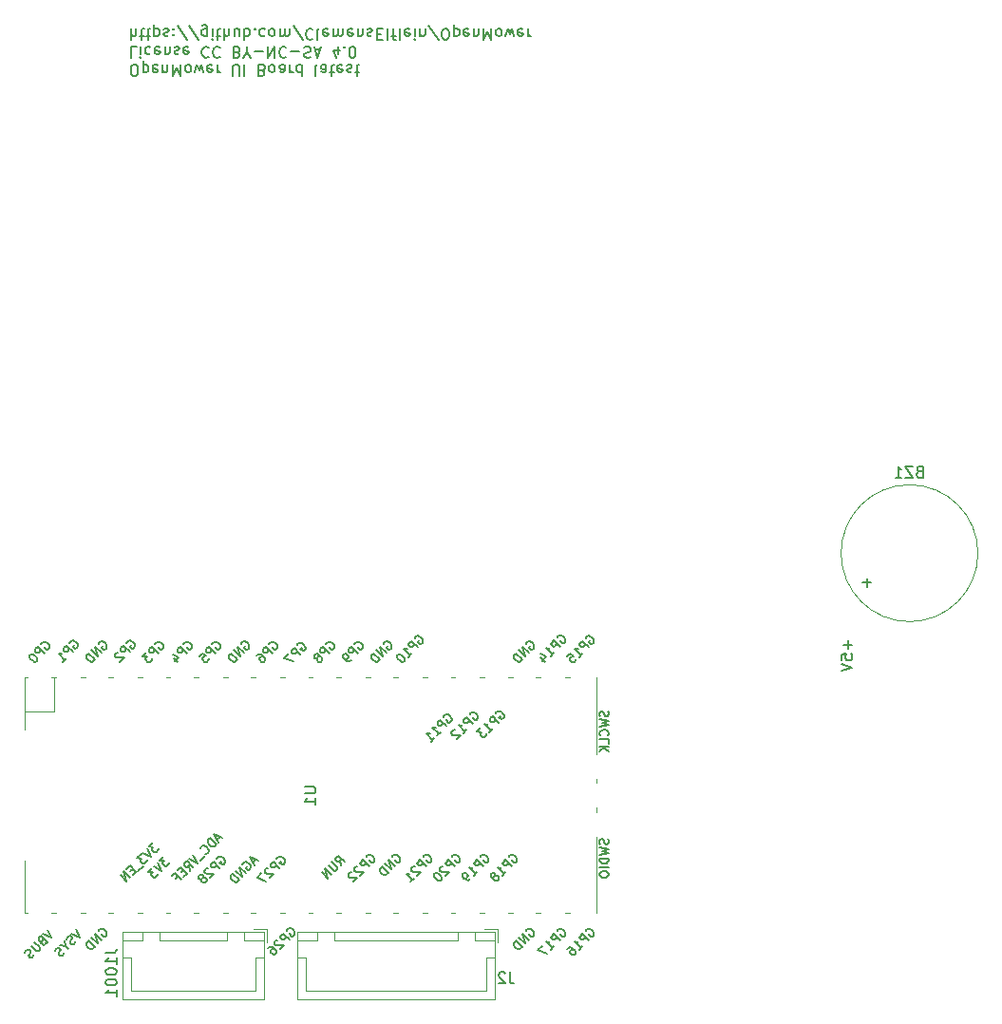
<source format=gbr>
%TF.GenerationSoftware,KiCad,Pcbnew,6.0.10+dfsg-1~bpo11+1*%
%TF.CreationDate,2023-02-28T12:29:17+00:00*%
%TF.ProjectId,CoverUI,436f7665-7255-4492-9e6b-696361645f70,rev?*%
%TF.SameCoordinates,Original*%
%TF.FileFunction,Legend,Bot*%
%TF.FilePolarity,Positive*%
%FSLAX46Y46*%
G04 Gerber Fmt 4.6, Leading zero omitted, Abs format (unit mm)*
G04 Created by KiCad (PCBNEW 6.0.10+dfsg-1~bpo11+1) date 2023-02-28 12:29:17*
%MOMM*%
%LPD*%
G01*
G04 APERTURE LIST*
%ADD10C,0.150000*%
%ADD11C,0.120000*%
G04 APERTURE END LIST*
D10*
X75539023Y-65814619D02*
X75729499Y-65814619D01*
X75824737Y-65767000D01*
X75919975Y-65671761D01*
X75967594Y-65481285D01*
X75967594Y-65147952D01*
X75919975Y-64957476D01*
X75824737Y-64862238D01*
X75729499Y-64814619D01*
X75539023Y-64814619D01*
X75443785Y-64862238D01*
X75348547Y-64957476D01*
X75300928Y-65147952D01*
X75300928Y-65481285D01*
X75348547Y-65671761D01*
X75443785Y-65767000D01*
X75539023Y-65814619D01*
X76396166Y-65481285D02*
X76396166Y-64481285D01*
X76396166Y-65433666D02*
X76491404Y-65481285D01*
X76681880Y-65481285D01*
X76777118Y-65433666D01*
X76824737Y-65386047D01*
X76872356Y-65290809D01*
X76872356Y-65005095D01*
X76824737Y-64909857D01*
X76777118Y-64862238D01*
X76681880Y-64814619D01*
X76491404Y-64814619D01*
X76396166Y-64862238D01*
X77681880Y-64862238D02*
X77586642Y-64814619D01*
X77396166Y-64814619D01*
X77300928Y-64862238D01*
X77253309Y-64957476D01*
X77253309Y-65338428D01*
X77300928Y-65433666D01*
X77396166Y-65481285D01*
X77586642Y-65481285D01*
X77681880Y-65433666D01*
X77729499Y-65338428D01*
X77729499Y-65243190D01*
X77253309Y-65147952D01*
X78158071Y-65481285D02*
X78158071Y-64814619D01*
X78158071Y-65386047D02*
X78205690Y-65433666D01*
X78300928Y-65481285D01*
X78443785Y-65481285D01*
X78539023Y-65433666D01*
X78586642Y-65338428D01*
X78586642Y-64814619D01*
X79062832Y-64814619D02*
X79062832Y-65814619D01*
X79396166Y-65100333D01*
X79729499Y-65814619D01*
X79729499Y-64814619D01*
X80348547Y-64814619D02*
X80253309Y-64862238D01*
X80205690Y-64909857D01*
X80158071Y-65005095D01*
X80158071Y-65290809D01*
X80205690Y-65386047D01*
X80253309Y-65433666D01*
X80348547Y-65481285D01*
X80491404Y-65481285D01*
X80586642Y-65433666D01*
X80634261Y-65386047D01*
X80681880Y-65290809D01*
X80681880Y-65005095D01*
X80634261Y-64909857D01*
X80586642Y-64862238D01*
X80491404Y-64814619D01*
X80348547Y-64814619D01*
X81015213Y-65481285D02*
X81205690Y-64814619D01*
X81396166Y-65290809D01*
X81586642Y-64814619D01*
X81777118Y-65481285D01*
X82539023Y-64862238D02*
X82443785Y-64814619D01*
X82253309Y-64814619D01*
X82158071Y-64862238D01*
X82110452Y-64957476D01*
X82110452Y-65338428D01*
X82158071Y-65433666D01*
X82253309Y-65481285D01*
X82443785Y-65481285D01*
X82539023Y-65433666D01*
X82586642Y-65338428D01*
X82586642Y-65243190D01*
X82110452Y-65147952D01*
X83015213Y-64814619D02*
X83015213Y-65481285D01*
X83015213Y-65290809D02*
X83062832Y-65386047D01*
X83110452Y-65433666D01*
X83205690Y-65481285D01*
X83300928Y-65481285D01*
X84396166Y-65814619D02*
X84396166Y-65005095D01*
X84443785Y-64909857D01*
X84491404Y-64862238D01*
X84586642Y-64814619D01*
X84777118Y-64814619D01*
X84872356Y-64862238D01*
X84919975Y-64909857D01*
X84967594Y-65005095D01*
X84967594Y-65814619D01*
X85443785Y-64814619D02*
X85443785Y-65814619D01*
X87015213Y-65338428D02*
X87158071Y-65290809D01*
X87205690Y-65243190D01*
X87253309Y-65147952D01*
X87253309Y-65005095D01*
X87205690Y-64909857D01*
X87158071Y-64862238D01*
X87062832Y-64814619D01*
X86681880Y-64814619D01*
X86681880Y-65814619D01*
X87015213Y-65814619D01*
X87110452Y-65767000D01*
X87158071Y-65719380D01*
X87205690Y-65624142D01*
X87205690Y-65528904D01*
X87158071Y-65433666D01*
X87110452Y-65386047D01*
X87015213Y-65338428D01*
X86681880Y-65338428D01*
X87824737Y-64814619D02*
X87729499Y-64862238D01*
X87681880Y-64909857D01*
X87634261Y-65005095D01*
X87634261Y-65290809D01*
X87681880Y-65386047D01*
X87729499Y-65433666D01*
X87824737Y-65481285D01*
X87967594Y-65481285D01*
X88062832Y-65433666D01*
X88110452Y-65386047D01*
X88158071Y-65290809D01*
X88158071Y-65005095D01*
X88110452Y-64909857D01*
X88062832Y-64862238D01*
X87967594Y-64814619D01*
X87824737Y-64814619D01*
X89015213Y-64814619D02*
X89015213Y-65338428D01*
X88967594Y-65433666D01*
X88872356Y-65481285D01*
X88681880Y-65481285D01*
X88586642Y-65433666D01*
X89015213Y-64862238D02*
X88919975Y-64814619D01*
X88681880Y-64814619D01*
X88586642Y-64862238D01*
X88539023Y-64957476D01*
X88539023Y-65052714D01*
X88586642Y-65147952D01*
X88681880Y-65195571D01*
X88919975Y-65195571D01*
X89015213Y-65243190D01*
X89491404Y-64814619D02*
X89491404Y-65481285D01*
X89491404Y-65290809D02*
X89539023Y-65386047D01*
X89586642Y-65433666D01*
X89681880Y-65481285D01*
X89777118Y-65481285D01*
X90539023Y-64814619D02*
X90539023Y-65814619D01*
X90539023Y-64862238D02*
X90443785Y-64814619D01*
X90253309Y-64814619D01*
X90158071Y-64862238D01*
X90110452Y-64909857D01*
X90062832Y-65005095D01*
X90062832Y-65290809D01*
X90110452Y-65386047D01*
X90158071Y-65433666D01*
X90253309Y-65481285D01*
X90443785Y-65481285D01*
X90539023Y-65433666D01*
X91919975Y-64814619D02*
X91824737Y-64862238D01*
X91777118Y-64957476D01*
X91777118Y-65814619D01*
X92729499Y-64814619D02*
X92729499Y-65338428D01*
X92681880Y-65433666D01*
X92586642Y-65481285D01*
X92396166Y-65481285D01*
X92300928Y-65433666D01*
X92729499Y-64862238D02*
X92634261Y-64814619D01*
X92396166Y-64814619D01*
X92300928Y-64862238D01*
X92253309Y-64957476D01*
X92253309Y-65052714D01*
X92300928Y-65147952D01*
X92396166Y-65195571D01*
X92634261Y-65195571D01*
X92729499Y-65243190D01*
X93062832Y-65481285D02*
X93443785Y-65481285D01*
X93205690Y-65814619D02*
X93205690Y-64957476D01*
X93253309Y-64862238D01*
X93348547Y-64814619D01*
X93443785Y-64814619D01*
X94158071Y-64862238D02*
X94062832Y-64814619D01*
X93872356Y-64814619D01*
X93777118Y-64862238D01*
X93729499Y-64957476D01*
X93729499Y-65338428D01*
X93777118Y-65433666D01*
X93872356Y-65481285D01*
X94062832Y-65481285D01*
X94158071Y-65433666D01*
X94205690Y-65338428D01*
X94205690Y-65243190D01*
X93729499Y-65147952D01*
X94586642Y-64862238D02*
X94681880Y-64814619D01*
X94872356Y-64814619D01*
X94967594Y-64862238D01*
X95015213Y-64957476D01*
X95015213Y-65005095D01*
X94967594Y-65100333D01*
X94872356Y-65147952D01*
X94729499Y-65147952D01*
X94634261Y-65195571D01*
X94586642Y-65290809D01*
X94586642Y-65338428D01*
X94634261Y-65433666D01*
X94729499Y-65481285D01*
X94872356Y-65481285D01*
X94967594Y-65433666D01*
X95300928Y-65481285D02*
X95681880Y-65481285D01*
X95443785Y-65814619D02*
X95443785Y-64957476D01*
X95491404Y-64862238D01*
X95586642Y-64814619D01*
X95681880Y-64814619D01*
X75824737Y-63204619D02*
X75348547Y-63204619D01*
X75348547Y-64204619D01*
X76158071Y-63204619D02*
X76158071Y-63871285D01*
X76158071Y-64204619D02*
X76110452Y-64157000D01*
X76158071Y-64109380D01*
X76205690Y-64157000D01*
X76158071Y-64204619D01*
X76158071Y-64109380D01*
X77062832Y-63252238D02*
X76967594Y-63204619D01*
X76777118Y-63204619D01*
X76681880Y-63252238D01*
X76634261Y-63299857D01*
X76586642Y-63395095D01*
X76586642Y-63680809D01*
X76634261Y-63776047D01*
X76681880Y-63823666D01*
X76777118Y-63871285D01*
X76967594Y-63871285D01*
X77062832Y-63823666D01*
X77872356Y-63252238D02*
X77777118Y-63204619D01*
X77586642Y-63204619D01*
X77491404Y-63252238D01*
X77443785Y-63347476D01*
X77443785Y-63728428D01*
X77491404Y-63823666D01*
X77586642Y-63871285D01*
X77777118Y-63871285D01*
X77872356Y-63823666D01*
X77919975Y-63728428D01*
X77919975Y-63633190D01*
X77443785Y-63537952D01*
X78348547Y-63871285D02*
X78348547Y-63204619D01*
X78348547Y-63776047D02*
X78396166Y-63823666D01*
X78491404Y-63871285D01*
X78634261Y-63871285D01*
X78729499Y-63823666D01*
X78777118Y-63728428D01*
X78777118Y-63204619D01*
X79205690Y-63252238D02*
X79300928Y-63204619D01*
X79491404Y-63204619D01*
X79586642Y-63252238D01*
X79634261Y-63347476D01*
X79634261Y-63395095D01*
X79586642Y-63490333D01*
X79491404Y-63537952D01*
X79348547Y-63537952D01*
X79253309Y-63585571D01*
X79205690Y-63680809D01*
X79205690Y-63728428D01*
X79253309Y-63823666D01*
X79348547Y-63871285D01*
X79491404Y-63871285D01*
X79586642Y-63823666D01*
X80443785Y-63252238D02*
X80348547Y-63204619D01*
X80158071Y-63204619D01*
X80062832Y-63252238D01*
X80015213Y-63347476D01*
X80015213Y-63728428D01*
X80062832Y-63823666D01*
X80158071Y-63871285D01*
X80348547Y-63871285D01*
X80443785Y-63823666D01*
X80491404Y-63728428D01*
X80491404Y-63633190D01*
X80015213Y-63537952D01*
X82253309Y-63299857D02*
X82205690Y-63252238D01*
X82062832Y-63204619D01*
X81967594Y-63204619D01*
X81824737Y-63252238D01*
X81729499Y-63347476D01*
X81681880Y-63442714D01*
X81634261Y-63633190D01*
X81634261Y-63776047D01*
X81681880Y-63966523D01*
X81729499Y-64061761D01*
X81824737Y-64157000D01*
X81967594Y-64204619D01*
X82062832Y-64204619D01*
X82205690Y-64157000D01*
X82253309Y-64109380D01*
X83253309Y-63299857D02*
X83205690Y-63252238D01*
X83062832Y-63204619D01*
X82967594Y-63204619D01*
X82824737Y-63252238D01*
X82729499Y-63347476D01*
X82681880Y-63442714D01*
X82634261Y-63633190D01*
X82634261Y-63776047D01*
X82681880Y-63966523D01*
X82729499Y-64061761D01*
X82824737Y-64157000D01*
X82967594Y-64204619D01*
X83062832Y-64204619D01*
X83205690Y-64157000D01*
X83253309Y-64109380D01*
X84777118Y-63728428D02*
X84919975Y-63680809D01*
X84967594Y-63633190D01*
X85015213Y-63537952D01*
X85015213Y-63395095D01*
X84967594Y-63299857D01*
X84919975Y-63252238D01*
X84824737Y-63204619D01*
X84443785Y-63204619D01*
X84443785Y-64204619D01*
X84777118Y-64204619D01*
X84872356Y-64157000D01*
X84919975Y-64109380D01*
X84967594Y-64014142D01*
X84967594Y-63918904D01*
X84919975Y-63823666D01*
X84872356Y-63776047D01*
X84777118Y-63728428D01*
X84443785Y-63728428D01*
X85634261Y-63680809D02*
X85634261Y-63204619D01*
X85300928Y-64204619D02*
X85634261Y-63680809D01*
X85967594Y-64204619D01*
X86300928Y-63585571D02*
X87062832Y-63585571D01*
X87539023Y-63204619D02*
X87539023Y-64204619D01*
X88110452Y-63204619D01*
X88110452Y-64204619D01*
X89158071Y-63299857D02*
X89110452Y-63252238D01*
X88967594Y-63204619D01*
X88872356Y-63204619D01*
X88729499Y-63252238D01*
X88634261Y-63347476D01*
X88586642Y-63442714D01*
X88539023Y-63633190D01*
X88539023Y-63776047D01*
X88586642Y-63966523D01*
X88634261Y-64061761D01*
X88729499Y-64157000D01*
X88872356Y-64204619D01*
X88967594Y-64204619D01*
X89110452Y-64157000D01*
X89158071Y-64109380D01*
X89586642Y-63585571D02*
X90348547Y-63585571D01*
X90777118Y-63252238D02*
X90919975Y-63204619D01*
X91158071Y-63204619D01*
X91253309Y-63252238D01*
X91300928Y-63299857D01*
X91348547Y-63395095D01*
X91348547Y-63490333D01*
X91300928Y-63585571D01*
X91253309Y-63633190D01*
X91158071Y-63680809D01*
X90967594Y-63728428D01*
X90872356Y-63776047D01*
X90824737Y-63823666D01*
X90777118Y-63918904D01*
X90777118Y-64014142D01*
X90824737Y-64109380D01*
X90872356Y-64157000D01*
X90967594Y-64204619D01*
X91205690Y-64204619D01*
X91348547Y-64157000D01*
X91729499Y-63490333D02*
X92205690Y-63490333D01*
X91634261Y-63204619D02*
X91967594Y-64204619D01*
X92300928Y-63204619D01*
X93824737Y-63871285D02*
X93824737Y-63204619D01*
X93586642Y-64252238D02*
X93348547Y-63537952D01*
X93967594Y-63537952D01*
X94348547Y-63299857D02*
X94396166Y-63252238D01*
X94348547Y-63204619D01*
X94300928Y-63252238D01*
X94348547Y-63299857D01*
X94348547Y-63204619D01*
X95015213Y-64204619D02*
X95110452Y-64204619D01*
X95205690Y-64157000D01*
X95253309Y-64109380D01*
X95300928Y-64014142D01*
X95348547Y-63823666D01*
X95348547Y-63585571D01*
X95300928Y-63395095D01*
X95253309Y-63299857D01*
X95205690Y-63252238D01*
X95110452Y-63204619D01*
X95015213Y-63204619D01*
X94919975Y-63252238D01*
X94872356Y-63299857D01*
X94824737Y-63395095D01*
X94777118Y-63585571D01*
X94777118Y-63823666D01*
X94824737Y-64014142D01*
X94872356Y-64109380D01*
X94919975Y-64157000D01*
X95015213Y-64204619D01*
X75348547Y-61594619D02*
X75348547Y-62594619D01*
X75777118Y-61594619D02*
X75777118Y-62118428D01*
X75729499Y-62213666D01*
X75634261Y-62261285D01*
X75491404Y-62261285D01*
X75396166Y-62213666D01*
X75348547Y-62166047D01*
X76110452Y-62261285D02*
X76491404Y-62261285D01*
X76253309Y-62594619D02*
X76253309Y-61737476D01*
X76300928Y-61642238D01*
X76396166Y-61594619D01*
X76491404Y-61594619D01*
X76681880Y-62261285D02*
X77062832Y-62261285D01*
X76824737Y-62594619D02*
X76824737Y-61737476D01*
X76872356Y-61642238D01*
X76967594Y-61594619D01*
X77062832Y-61594619D01*
X77396166Y-62261285D02*
X77396166Y-61261285D01*
X77396166Y-62213666D02*
X77491404Y-62261285D01*
X77681880Y-62261285D01*
X77777118Y-62213666D01*
X77824737Y-62166047D01*
X77872356Y-62070809D01*
X77872356Y-61785095D01*
X77824737Y-61689857D01*
X77777118Y-61642238D01*
X77681880Y-61594619D01*
X77491404Y-61594619D01*
X77396166Y-61642238D01*
X78253309Y-61642238D02*
X78348547Y-61594619D01*
X78539023Y-61594619D01*
X78634261Y-61642238D01*
X78681880Y-61737476D01*
X78681880Y-61785095D01*
X78634261Y-61880333D01*
X78539023Y-61927952D01*
X78396166Y-61927952D01*
X78300928Y-61975571D01*
X78253309Y-62070809D01*
X78253309Y-62118428D01*
X78300928Y-62213666D01*
X78396166Y-62261285D01*
X78539023Y-62261285D01*
X78634261Y-62213666D01*
X79110452Y-61689857D02*
X79158071Y-61642238D01*
X79110452Y-61594619D01*
X79062832Y-61642238D01*
X79110452Y-61689857D01*
X79110452Y-61594619D01*
X79110452Y-62213666D02*
X79158071Y-62166047D01*
X79110452Y-62118428D01*
X79062832Y-62166047D01*
X79110452Y-62213666D01*
X79110452Y-62118428D01*
X80300928Y-62642238D02*
X79443785Y-61356523D01*
X81348547Y-62642238D02*
X80491404Y-61356523D01*
X82110452Y-62261285D02*
X82110452Y-61451761D01*
X82062832Y-61356523D01*
X82015213Y-61308904D01*
X81919975Y-61261285D01*
X81777118Y-61261285D01*
X81681880Y-61308904D01*
X82110452Y-61642238D02*
X82015213Y-61594619D01*
X81824737Y-61594619D01*
X81729499Y-61642238D01*
X81681880Y-61689857D01*
X81634261Y-61785095D01*
X81634261Y-62070809D01*
X81681880Y-62166047D01*
X81729499Y-62213666D01*
X81824737Y-62261285D01*
X82015213Y-62261285D01*
X82110452Y-62213666D01*
X82586642Y-61594619D02*
X82586642Y-62261285D01*
X82586642Y-62594619D02*
X82539023Y-62547000D01*
X82586642Y-62499380D01*
X82634261Y-62547000D01*
X82586642Y-62594619D01*
X82586642Y-62499380D01*
X82919975Y-62261285D02*
X83300928Y-62261285D01*
X83062832Y-62594619D02*
X83062832Y-61737476D01*
X83110452Y-61642238D01*
X83205690Y-61594619D01*
X83300928Y-61594619D01*
X83634261Y-61594619D02*
X83634261Y-62594619D01*
X84062832Y-61594619D02*
X84062832Y-62118428D01*
X84015213Y-62213666D01*
X83919975Y-62261285D01*
X83777118Y-62261285D01*
X83681880Y-62213666D01*
X83634261Y-62166047D01*
X84967594Y-62261285D02*
X84967594Y-61594619D01*
X84539023Y-62261285D02*
X84539023Y-61737476D01*
X84586642Y-61642238D01*
X84681880Y-61594619D01*
X84824737Y-61594619D01*
X84919975Y-61642238D01*
X84967594Y-61689857D01*
X85443785Y-61594619D02*
X85443785Y-62594619D01*
X85443785Y-62213666D02*
X85539023Y-62261285D01*
X85729499Y-62261285D01*
X85824737Y-62213666D01*
X85872356Y-62166047D01*
X85919975Y-62070809D01*
X85919975Y-61785095D01*
X85872356Y-61689857D01*
X85824737Y-61642238D01*
X85729499Y-61594619D01*
X85539023Y-61594619D01*
X85443785Y-61642238D01*
X86348547Y-61689857D02*
X86396166Y-61642238D01*
X86348547Y-61594619D01*
X86300928Y-61642238D01*
X86348547Y-61689857D01*
X86348547Y-61594619D01*
X87253309Y-61642238D02*
X87158071Y-61594619D01*
X86967594Y-61594619D01*
X86872356Y-61642238D01*
X86824737Y-61689857D01*
X86777118Y-61785095D01*
X86777118Y-62070809D01*
X86824737Y-62166047D01*
X86872356Y-62213666D01*
X86967594Y-62261285D01*
X87158071Y-62261285D01*
X87253309Y-62213666D01*
X87824737Y-61594619D02*
X87729499Y-61642238D01*
X87681880Y-61689857D01*
X87634261Y-61785095D01*
X87634261Y-62070809D01*
X87681880Y-62166047D01*
X87729499Y-62213666D01*
X87824737Y-62261285D01*
X87967594Y-62261285D01*
X88062832Y-62213666D01*
X88110452Y-62166047D01*
X88158071Y-62070809D01*
X88158071Y-61785095D01*
X88110452Y-61689857D01*
X88062832Y-61642238D01*
X87967594Y-61594619D01*
X87824737Y-61594619D01*
X88586642Y-61594619D02*
X88586642Y-62261285D01*
X88586642Y-62166047D02*
X88634261Y-62213666D01*
X88729499Y-62261285D01*
X88872356Y-62261285D01*
X88967594Y-62213666D01*
X89015213Y-62118428D01*
X89015213Y-61594619D01*
X89015213Y-62118428D02*
X89062832Y-62213666D01*
X89158071Y-62261285D01*
X89300928Y-62261285D01*
X89396166Y-62213666D01*
X89443785Y-62118428D01*
X89443785Y-61594619D01*
X90634261Y-62642238D02*
X89777118Y-61356523D01*
X91539023Y-61689857D02*
X91491404Y-61642238D01*
X91348547Y-61594619D01*
X91253309Y-61594619D01*
X91110452Y-61642238D01*
X91015213Y-61737476D01*
X90967594Y-61832714D01*
X90919975Y-62023190D01*
X90919975Y-62166047D01*
X90967594Y-62356523D01*
X91015213Y-62451761D01*
X91110452Y-62547000D01*
X91253309Y-62594619D01*
X91348547Y-62594619D01*
X91491404Y-62547000D01*
X91539023Y-62499380D01*
X92110452Y-61594619D02*
X92015213Y-61642238D01*
X91967594Y-61737476D01*
X91967594Y-62594619D01*
X92872356Y-61642238D02*
X92777118Y-61594619D01*
X92586642Y-61594619D01*
X92491404Y-61642238D01*
X92443785Y-61737476D01*
X92443785Y-62118428D01*
X92491404Y-62213666D01*
X92586642Y-62261285D01*
X92777118Y-62261285D01*
X92872356Y-62213666D01*
X92919975Y-62118428D01*
X92919975Y-62023190D01*
X92443785Y-61927952D01*
X93348547Y-61594619D02*
X93348547Y-62261285D01*
X93348547Y-62166047D02*
X93396166Y-62213666D01*
X93491404Y-62261285D01*
X93634261Y-62261285D01*
X93729499Y-62213666D01*
X93777118Y-62118428D01*
X93777118Y-61594619D01*
X93777118Y-62118428D02*
X93824737Y-62213666D01*
X93919975Y-62261285D01*
X94062832Y-62261285D01*
X94158071Y-62213666D01*
X94205690Y-62118428D01*
X94205690Y-61594619D01*
X95062832Y-61642238D02*
X94967594Y-61594619D01*
X94777118Y-61594619D01*
X94681880Y-61642238D01*
X94634261Y-61737476D01*
X94634261Y-62118428D01*
X94681880Y-62213666D01*
X94777118Y-62261285D01*
X94967594Y-62261285D01*
X95062832Y-62213666D01*
X95110452Y-62118428D01*
X95110452Y-62023190D01*
X94634261Y-61927952D01*
X95539023Y-62261285D02*
X95539023Y-61594619D01*
X95539023Y-62166047D02*
X95586642Y-62213666D01*
X95681880Y-62261285D01*
X95824737Y-62261285D01*
X95919975Y-62213666D01*
X95967594Y-62118428D01*
X95967594Y-61594619D01*
X96396166Y-61642238D02*
X96491404Y-61594619D01*
X96681880Y-61594619D01*
X96777118Y-61642238D01*
X96824737Y-61737476D01*
X96824737Y-61785095D01*
X96777118Y-61880333D01*
X96681880Y-61927952D01*
X96539023Y-61927952D01*
X96443785Y-61975571D01*
X96396166Y-62070809D01*
X96396166Y-62118428D01*
X96443785Y-62213666D01*
X96539023Y-62261285D01*
X96681880Y-62261285D01*
X96777118Y-62213666D01*
X97253309Y-62118428D02*
X97586642Y-62118428D01*
X97729499Y-61594619D02*
X97253309Y-61594619D01*
X97253309Y-62594619D01*
X97729499Y-62594619D01*
X98300928Y-61594619D02*
X98205690Y-61642238D01*
X98158071Y-61737476D01*
X98158071Y-62594619D01*
X98539023Y-62261285D02*
X98919975Y-62261285D01*
X98681880Y-61594619D02*
X98681880Y-62451761D01*
X98729499Y-62547000D01*
X98824737Y-62594619D01*
X98919975Y-62594619D01*
X99396166Y-61594619D02*
X99300928Y-61642238D01*
X99253309Y-61737476D01*
X99253309Y-62594619D01*
X100158071Y-61642238D02*
X100062832Y-61594619D01*
X99872356Y-61594619D01*
X99777118Y-61642238D01*
X99729499Y-61737476D01*
X99729499Y-62118428D01*
X99777118Y-62213666D01*
X99872356Y-62261285D01*
X100062832Y-62261285D01*
X100158071Y-62213666D01*
X100205690Y-62118428D01*
X100205690Y-62023190D01*
X99729499Y-61927952D01*
X100634261Y-61594619D02*
X100634261Y-62261285D01*
X100634261Y-62594619D02*
X100586642Y-62547000D01*
X100634261Y-62499380D01*
X100681880Y-62547000D01*
X100634261Y-62594619D01*
X100634261Y-62499380D01*
X101110452Y-62261285D02*
X101110452Y-61594619D01*
X101110452Y-62166047D02*
X101158071Y-62213666D01*
X101253309Y-62261285D01*
X101396166Y-62261285D01*
X101491404Y-62213666D01*
X101539023Y-62118428D01*
X101539023Y-61594619D01*
X102729499Y-62642238D02*
X101872356Y-61356523D01*
X103253309Y-62594619D02*
X103443785Y-62594619D01*
X103539023Y-62547000D01*
X103634261Y-62451761D01*
X103681880Y-62261285D01*
X103681880Y-61927952D01*
X103634261Y-61737476D01*
X103539023Y-61642238D01*
X103443785Y-61594619D01*
X103253309Y-61594619D01*
X103158071Y-61642238D01*
X103062832Y-61737476D01*
X103015213Y-61927952D01*
X103015213Y-62261285D01*
X103062832Y-62451761D01*
X103158071Y-62547000D01*
X103253309Y-62594619D01*
X104110452Y-62261285D02*
X104110452Y-61261285D01*
X104110452Y-62213666D02*
X104205690Y-62261285D01*
X104396166Y-62261285D01*
X104491404Y-62213666D01*
X104539023Y-62166047D01*
X104586642Y-62070809D01*
X104586642Y-61785095D01*
X104539023Y-61689857D01*
X104491404Y-61642238D01*
X104396166Y-61594619D01*
X104205690Y-61594619D01*
X104110452Y-61642238D01*
X105396166Y-61642238D02*
X105300928Y-61594619D01*
X105110452Y-61594619D01*
X105015213Y-61642238D01*
X104967594Y-61737476D01*
X104967594Y-62118428D01*
X105015213Y-62213666D01*
X105110452Y-62261285D01*
X105300928Y-62261285D01*
X105396166Y-62213666D01*
X105443785Y-62118428D01*
X105443785Y-62023190D01*
X104967594Y-61927952D01*
X105872356Y-62261285D02*
X105872356Y-61594619D01*
X105872356Y-62166047D02*
X105919975Y-62213666D01*
X106015213Y-62261285D01*
X106158071Y-62261285D01*
X106253309Y-62213666D01*
X106300928Y-62118428D01*
X106300928Y-61594619D01*
X106777118Y-61594619D02*
X106777118Y-62594619D01*
X107110452Y-61880333D01*
X107443785Y-62594619D01*
X107443785Y-61594619D01*
X108062832Y-61594619D02*
X107967594Y-61642238D01*
X107919975Y-61689857D01*
X107872356Y-61785095D01*
X107872356Y-62070809D01*
X107919975Y-62166047D01*
X107967594Y-62213666D01*
X108062832Y-62261285D01*
X108205690Y-62261285D01*
X108300928Y-62213666D01*
X108348547Y-62166047D01*
X108396166Y-62070809D01*
X108396166Y-61785095D01*
X108348547Y-61689857D01*
X108300928Y-61642238D01*
X108205690Y-61594619D01*
X108062832Y-61594619D01*
X108729499Y-62261285D02*
X108919975Y-61594619D01*
X109110452Y-62070809D01*
X109300928Y-61594619D01*
X109491404Y-62261285D01*
X110253309Y-61642238D02*
X110158071Y-61594619D01*
X109967594Y-61594619D01*
X109872356Y-61642238D01*
X109824737Y-61737476D01*
X109824737Y-62118428D01*
X109872356Y-62213666D01*
X109967594Y-62261285D01*
X110158071Y-62261285D01*
X110253309Y-62213666D01*
X110300928Y-62118428D01*
X110300928Y-62023190D01*
X109824737Y-61927952D01*
X110729499Y-61594619D02*
X110729499Y-62261285D01*
X110729499Y-62070809D02*
X110777118Y-62166047D01*
X110824737Y-62213666D01*
X110919975Y-62261285D01*
X111015213Y-62261285D01*
X139248428Y-116151285D02*
X139248428Y-116913190D01*
X139629380Y-116532238D02*
X138867476Y-116532238D01*
X138629380Y-117865571D02*
X138629380Y-117389380D01*
X139105571Y-117341761D01*
X139057952Y-117389380D01*
X139010333Y-117484619D01*
X139010333Y-117722714D01*
X139057952Y-117817952D01*
X139105571Y-117865571D01*
X139200809Y-117913190D01*
X139438904Y-117913190D01*
X139534142Y-117865571D01*
X139581761Y-117817952D01*
X139629380Y-117722714D01*
X139629380Y-117484619D01*
X139581761Y-117389380D01*
X139534142Y-117341761D01*
X138629380Y-118198904D02*
X139629380Y-118532238D01*
X138629380Y-118865571D01*
%TO.C,J1001*%
X73061580Y-143983295D02*
X73775866Y-143983295D01*
X73918723Y-143935676D01*
X74013961Y-143840438D01*
X74061580Y-143697580D01*
X74061580Y-143602342D01*
X74061580Y-144983295D02*
X74061580Y-144411866D01*
X74061580Y-144697580D02*
X73061580Y-144697580D01*
X73204438Y-144602342D01*
X73299676Y-144507104D01*
X73347295Y-144411866D01*
X73061580Y-145602342D02*
X73061580Y-145697580D01*
X73109200Y-145792819D01*
X73156819Y-145840438D01*
X73252057Y-145888057D01*
X73442533Y-145935676D01*
X73680628Y-145935676D01*
X73871104Y-145888057D01*
X73966342Y-145840438D01*
X74013961Y-145792819D01*
X74061580Y-145697580D01*
X74061580Y-145602342D01*
X74013961Y-145507104D01*
X73966342Y-145459485D01*
X73871104Y-145411866D01*
X73680628Y-145364247D01*
X73442533Y-145364247D01*
X73252057Y-145411866D01*
X73156819Y-145459485D01*
X73109200Y-145507104D01*
X73061580Y-145602342D01*
X73061580Y-146554723D02*
X73061580Y-146649961D01*
X73109200Y-146745200D01*
X73156819Y-146792819D01*
X73252057Y-146840438D01*
X73442533Y-146888057D01*
X73680628Y-146888057D01*
X73871104Y-146840438D01*
X73966342Y-146792819D01*
X74013961Y-146745200D01*
X74061580Y-146649961D01*
X74061580Y-146554723D01*
X74013961Y-146459485D01*
X73966342Y-146411866D01*
X73871104Y-146364247D01*
X73680628Y-146316628D01*
X73442533Y-146316628D01*
X73252057Y-146364247D01*
X73156819Y-146411866D01*
X73109200Y-146459485D01*
X73061580Y-146554723D01*
X74061580Y-147840438D02*
X74061580Y-147269009D01*
X74061580Y-147554723D02*
X73061580Y-147554723D01*
X73204438Y-147459485D01*
X73299676Y-147364247D01*
X73347295Y-147269009D01*
%TO.C,BZ1*%
X145610152Y-101084971D02*
X145467295Y-101132590D01*
X145419676Y-101180209D01*
X145372057Y-101275447D01*
X145372057Y-101418304D01*
X145419676Y-101513542D01*
X145467295Y-101561161D01*
X145562533Y-101608780D01*
X145943485Y-101608780D01*
X145943485Y-100608780D01*
X145610152Y-100608780D01*
X145514914Y-100656400D01*
X145467295Y-100704019D01*
X145419676Y-100799257D01*
X145419676Y-100894495D01*
X145467295Y-100989733D01*
X145514914Y-101037352D01*
X145610152Y-101084971D01*
X145943485Y-101084971D01*
X145038723Y-100608780D02*
X144372057Y-100608780D01*
X145038723Y-101608780D01*
X144372057Y-101608780D01*
X143467295Y-101608780D02*
X144038723Y-101608780D01*
X143753009Y-101608780D02*
X143753009Y-100608780D01*
X143848247Y-100751638D01*
X143943485Y-100846876D01*
X144038723Y-100894495D01*
X141300152Y-110967828D02*
X140538247Y-110967828D01*
X140919200Y-111348780D02*
X140919200Y-110586876D01*
%TO.C,J2*%
X109096133Y-145705580D02*
X109096133Y-146419866D01*
X109143752Y-146562723D01*
X109238990Y-146657961D01*
X109381847Y-146705580D01*
X109477085Y-146705580D01*
X108667561Y-145800819D02*
X108619942Y-145753200D01*
X108524704Y-145705580D01*
X108286609Y-145705580D01*
X108191371Y-145753200D01*
X108143752Y-145800819D01*
X108096133Y-145896057D01*
X108096133Y-145991295D01*
X108143752Y-146134152D01*
X108715180Y-146705580D01*
X108096133Y-146705580D01*
%TO.C,U1*%
X90790780Y-129184495D02*
X91600304Y-129184495D01*
X91695542Y-129232114D01*
X91743161Y-129279733D01*
X91790780Y-129374971D01*
X91790780Y-129565447D01*
X91743161Y-129660685D01*
X91695542Y-129708304D01*
X91600304Y-129755923D01*
X90790780Y-129755923D01*
X91790780Y-130755923D02*
X91790780Y-130184495D01*
X91790780Y-130470209D02*
X90790780Y-130470209D01*
X90933638Y-130374971D01*
X91028876Y-130279733D01*
X91076495Y-130184495D01*
X100618992Y-115936122D02*
X100645929Y-115855310D01*
X100726741Y-115774497D01*
X100834491Y-115720623D01*
X100942241Y-115720623D01*
X101023053Y-115747560D01*
X101157740Y-115828372D01*
X101238552Y-115909184D01*
X101319364Y-116043871D01*
X101346302Y-116124684D01*
X101346302Y-116232433D01*
X101292427Y-116340183D01*
X101238552Y-116394058D01*
X101130802Y-116447932D01*
X101076928Y-116447932D01*
X100888366Y-116259371D01*
X100996115Y-116151621D01*
X100888366Y-116744244D02*
X100322680Y-116178558D01*
X100107181Y-116394058D01*
X100080244Y-116474870D01*
X100080244Y-116528745D01*
X100107181Y-116609557D01*
X100187993Y-116690369D01*
X100268806Y-116717306D01*
X100322680Y-116717306D01*
X100403493Y-116690369D01*
X100618992Y-116474870D01*
X100026369Y-117606241D02*
X100349618Y-117282992D01*
X100187993Y-117444616D02*
X99622308Y-116878931D01*
X99756995Y-116905868D01*
X99864745Y-116905868D01*
X99945557Y-116878931D01*
X99110497Y-117390741D02*
X99056623Y-117444616D01*
X99029685Y-117525428D01*
X99029685Y-117579303D01*
X99056623Y-117660115D01*
X99137435Y-117794802D01*
X99272122Y-117929489D01*
X99406809Y-118010302D01*
X99487621Y-118037239D01*
X99541496Y-118037239D01*
X99622308Y-118010302D01*
X99676183Y-117956427D01*
X99703120Y-117875615D01*
X99703120Y-117821740D01*
X99676183Y-117740928D01*
X99595371Y-117606241D01*
X99460684Y-117471554D01*
X99325997Y-117390741D01*
X99245184Y-117363804D01*
X99191310Y-117363804D01*
X99110497Y-117390741D01*
X98598555Y-135430158D02*
X98625493Y-135349346D01*
X98706305Y-135268534D01*
X98814054Y-135214659D01*
X98921804Y-135214659D01*
X99002616Y-135241597D01*
X99137303Y-135322409D01*
X99218115Y-135403221D01*
X99298928Y-135537908D01*
X99325865Y-135618720D01*
X99325865Y-135726470D01*
X99271990Y-135834219D01*
X99218115Y-135888094D01*
X99110366Y-135941969D01*
X99056491Y-135941969D01*
X98867929Y-135753407D01*
X98975679Y-135645658D01*
X98867929Y-136238280D02*
X98302244Y-135672595D01*
X98544680Y-136561529D01*
X97978995Y-135995844D01*
X98275306Y-136830903D02*
X97709621Y-136265218D01*
X97574934Y-136399905D01*
X97521059Y-136507654D01*
X97521059Y-136615404D01*
X97547997Y-136696216D01*
X97628809Y-136830903D01*
X97709621Y-136911715D01*
X97844308Y-136992528D01*
X97925120Y-137019465D01*
X98032870Y-137019465D01*
X98140619Y-136965590D01*
X98275306Y-136830903D01*
X117862209Y-133851161D02*
X117900304Y-133965447D01*
X117900304Y-134155923D01*
X117862209Y-134232114D01*
X117824114Y-134270209D01*
X117747923Y-134308304D01*
X117671733Y-134308304D01*
X117595542Y-134270209D01*
X117557447Y-134232114D01*
X117519352Y-134155923D01*
X117481257Y-134003542D01*
X117443161Y-133927352D01*
X117405066Y-133889257D01*
X117328876Y-133851161D01*
X117252685Y-133851161D01*
X117176495Y-133889257D01*
X117138400Y-133927352D01*
X117100304Y-134003542D01*
X117100304Y-134194019D01*
X117138400Y-134308304D01*
X117100304Y-134574971D02*
X117900304Y-134765447D01*
X117328876Y-134917828D01*
X117900304Y-135070209D01*
X117100304Y-135260685D01*
X117900304Y-135565447D02*
X117100304Y-135565447D01*
X117100304Y-135755923D01*
X117138400Y-135870209D01*
X117214590Y-135946400D01*
X117290780Y-135984495D01*
X117443161Y-136022590D01*
X117557447Y-136022590D01*
X117709828Y-135984495D01*
X117786019Y-135946400D01*
X117862209Y-135870209D01*
X117900304Y-135755923D01*
X117900304Y-135565447D01*
X117900304Y-136365447D02*
X117100304Y-136365447D01*
X117100304Y-136898780D02*
X117100304Y-137051161D01*
X117138400Y-137127352D01*
X117214590Y-137203542D01*
X117366971Y-137241638D01*
X117633638Y-137241638D01*
X117786019Y-137203542D01*
X117862209Y-137127352D01*
X117900304Y-137051161D01*
X117900304Y-136898780D01*
X117862209Y-136822590D01*
X117786019Y-136746400D01*
X117633638Y-136708304D01*
X117366971Y-136708304D01*
X117214590Y-136746400D01*
X117138400Y-136822590D01*
X117100304Y-136898780D01*
X89188992Y-141994922D02*
X89215929Y-141914110D01*
X89296741Y-141833297D01*
X89404491Y-141779423D01*
X89512241Y-141779423D01*
X89593053Y-141806360D01*
X89727740Y-141887172D01*
X89808552Y-141967984D01*
X89889364Y-142102671D01*
X89916302Y-142183484D01*
X89916302Y-142291233D01*
X89862427Y-142398983D01*
X89808552Y-142452858D01*
X89700802Y-142506732D01*
X89646928Y-142506732D01*
X89458366Y-142318171D01*
X89566115Y-142210421D01*
X89458366Y-142803044D02*
X88892680Y-142237358D01*
X88677181Y-142452858D01*
X88650244Y-142533670D01*
X88650244Y-142587545D01*
X88677181Y-142668357D01*
X88757993Y-142749169D01*
X88838806Y-142776106D01*
X88892680Y-142776106D01*
X88973493Y-142749169D01*
X89188992Y-142533670D01*
X88407807Y-142829981D02*
X88353932Y-142829981D01*
X88273120Y-142856919D01*
X88138433Y-142991606D01*
X88111496Y-143072418D01*
X88111496Y-143126293D01*
X88138433Y-143207105D01*
X88192308Y-143260980D01*
X88300058Y-143314854D01*
X88946555Y-143314854D01*
X88596369Y-143665041D01*
X87545810Y-143584228D02*
X87653560Y-143476479D01*
X87734372Y-143449541D01*
X87788247Y-143449541D01*
X87922934Y-143476479D01*
X88057621Y-143557291D01*
X88273120Y-143772790D01*
X88300058Y-143853602D01*
X88300058Y-143907477D01*
X88273120Y-143988289D01*
X88165371Y-144096039D01*
X88084558Y-144122976D01*
X88030684Y-144122976D01*
X87949871Y-144096039D01*
X87815184Y-143961352D01*
X87788247Y-143880540D01*
X87788247Y-143826665D01*
X87815184Y-143745853D01*
X87922934Y-143638103D01*
X88003746Y-143611166D01*
X88057621Y-143611166D01*
X88138433Y-143638103D01*
X103920992Y-135441722D02*
X103947929Y-135360910D01*
X104028741Y-135280097D01*
X104136491Y-135226223D01*
X104244241Y-135226223D01*
X104325053Y-135253160D01*
X104459740Y-135333972D01*
X104540552Y-135414784D01*
X104621364Y-135549471D01*
X104648302Y-135630284D01*
X104648302Y-135738033D01*
X104594427Y-135845783D01*
X104540552Y-135899658D01*
X104432802Y-135953532D01*
X104378928Y-135953532D01*
X104190366Y-135764971D01*
X104298115Y-135657221D01*
X104190366Y-136249844D02*
X103624680Y-135684158D01*
X103409181Y-135899658D01*
X103382244Y-135980470D01*
X103382244Y-136034345D01*
X103409181Y-136115157D01*
X103489993Y-136195969D01*
X103570806Y-136222906D01*
X103624680Y-136222906D01*
X103705493Y-136195969D01*
X103920992Y-135980470D01*
X103139807Y-136276781D02*
X103085932Y-136276781D01*
X103005120Y-136303719D01*
X102870433Y-136438406D01*
X102843496Y-136519218D01*
X102843496Y-136573093D01*
X102870433Y-136653905D01*
X102924308Y-136707780D01*
X103032058Y-136761654D01*
X103678555Y-136761654D01*
X103328369Y-137111841D01*
X102412497Y-136896341D02*
X102358623Y-136950216D01*
X102331685Y-137031028D01*
X102331685Y-137084903D01*
X102358623Y-137165715D01*
X102439435Y-137300402D01*
X102574122Y-137435089D01*
X102708809Y-137515902D01*
X102789621Y-137542839D01*
X102843496Y-137542839D01*
X102924308Y-137515902D01*
X102978183Y-137462027D01*
X103005120Y-137381215D01*
X103005120Y-137327340D01*
X102978183Y-137246528D01*
X102897371Y-137111841D01*
X102762684Y-136977154D01*
X102627997Y-136896341D01*
X102547184Y-136869404D01*
X102493310Y-136869404D01*
X102412497Y-136896341D01*
X105521192Y-122741722D02*
X105548129Y-122660910D01*
X105628941Y-122580097D01*
X105736691Y-122526223D01*
X105844441Y-122526223D01*
X105925253Y-122553160D01*
X106059940Y-122633972D01*
X106140752Y-122714784D01*
X106221564Y-122849471D01*
X106248502Y-122930284D01*
X106248502Y-123038033D01*
X106194627Y-123145783D01*
X106140752Y-123199658D01*
X106033002Y-123253532D01*
X105979128Y-123253532D01*
X105790566Y-123064971D01*
X105898315Y-122957221D01*
X105790566Y-123549844D02*
X105224880Y-122984158D01*
X105009381Y-123199658D01*
X104982444Y-123280470D01*
X104982444Y-123334345D01*
X105009381Y-123415157D01*
X105090193Y-123495969D01*
X105171006Y-123522906D01*
X105224880Y-123522906D01*
X105305693Y-123495969D01*
X105521192Y-123280470D01*
X104928569Y-124411841D02*
X105251818Y-124088592D01*
X105090193Y-124250216D02*
X104524508Y-123684531D01*
X104659195Y-123711468D01*
X104766945Y-123711468D01*
X104847757Y-123684531D01*
X104201259Y-124115529D02*
X104147384Y-124115529D01*
X104066572Y-124142467D01*
X103931885Y-124277154D01*
X103904948Y-124357966D01*
X103904948Y-124411841D01*
X103931885Y-124492653D01*
X103985760Y-124546528D01*
X104093510Y-124600402D01*
X104740007Y-124600402D01*
X104389821Y-124950589D01*
X115858992Y-142044122D02*
X115885929Y-141963310D01*
X115966741Y-141882497D01*
X116074491Y-141828623D01*
X116182241Y-141828623D01*
X116263053Y-141855560D01*
X116397740Y-141936372D01*
X116478552Y-142017184D01*
X116559364Y-142151871D01*
X116586302Y-142232684D01*
X116586302Y-142340433D01*
X116532427Y-142448183D01*
X116478552Y-142502058D01*
X116370802Y-142555932D01*
X116316928Y-142555932D01*
X116128366Y-142367371D01*
X116236115Y-142259621D01*
X116128366Y-142852244D02*
X115562680Y-142286558D01*
X115347181Y-142502058D01*
X115320244Y-142582870D01*
X115320244Y-142636745D01*
X115347181Y-142717557D01*
X115427993Y-142798369D01*
X115508806Y-142825306D01*
X115562680Y-142825306D01*
X115643493Y-142798369D01*
X115858992Y-142582870D01*
X115266369Y-143714241D02*
X115589618Y-143390992D01*
X115427993Y-143552616D02*
X114862308Y-142986931D01*
X114996995Y-143013868D01*
X115104745Y-143013868D01*
X115185557Y-142986931D01*
X114215810Y-143633428D02*
X114323560Y-143525679D01*
X114404372Y-143498741D01*
X114458247Y-143498741D01*
X114592934Y-143525679D01*
X114727621Y-143606491D01*
X114943120Y-143821990D01*
X114970058Y-143902802D01*
X114970058Y-143956677D01*
X114943120Y-144037489D01*
X114835371Y-144145239D01*
X114754558Y-144172176D01*
X114700684Y-144172176D01*
X114619871Y-144145239D01*
X114485184Y-144010552D01*
X114458247Y-143929740D01*
X114458247Y-143875865D01*
X114485184Y-143795053D01*
X114592934Y-143687303D01*
X114673746Y-143660366D01*
X114727621Y-143660366D01*
X114808433Y-143687303D01*
X110536555Y-142032558D02*
X110563493Y-141951746D01*
X110644305Y-141870934D01*
X110752054Y-141817059D01*
X110859804Y-141817059D01*
X110940616Y-141843997D01*
X111075303Y-141924809D01*
X111156115Y-142005621D01*
X111236928Y-142140308D01*
X111263865Y-142221120D01*
X111263865Y-142328870D01*
X111209990Y-142436619D01*
X111156115Y-142490494D01*
X111048366Y-142544369D01*
X110994491Y-142544369D01*
X110805929Y-142355807D01*
X110913679Y-142248058D01*
X110805929Y-142840680D02*
X110240244Y-142274995D01*
X110482680Y-143163929D01*
X109916995Y-142598244D01*
X110213306Y-143433303D02*
X109647621Y-142867618D01*
X109512934Y-143002305D01*
X109459059Y-143110054D01*
X109459059Y-143217804D01*
X109485997Y-143298616D01*
X109566809Y-143433303D01*
X109647621Y-143514115D01*
X109782308Y-143594928D01*
X109863120Y-143621865D01*
X109970870Y-143621865D01*
X110078619Y-143567990D01*
X110213306Y-143433303D01*
X74949618Y-116359496D02*
X74976555Y-116278684D01*
X75057367Y-116197871D01*
X75165117Y-116143997D01*
X75272867Y-116143997D01*
X75353679Y-116170934D01*
X75488366Y-116251746D01*
X75569178Y-116332558D01*
X75649990Y-116467245D01*
X75676928Y-116548058D01*
X75676928Y-116655807D01*
X75623053Y-116763557D01*
X75569178Y-116817432D01*
X75461428Y-116871306D01*
X75407554Y-116871306D01*
X75218992Y-116682745D01*
X75326741Y-116574995D01*
X75218992Y-117167618D02*
X74653306Y-116601932D01*
X74437807Y-116817432D01*
X74410870Y-116898244D01*
X74410870Y-116952119D01*
X74437807Y-117032931D01*
X74518619Y-117113743D01*
X74599432Y-117140680D01*
X74653306Y-117140680D01*
X74734119Y-117113743D01*
X74949618Y-116898244D01*
X74168433Y-117194555D02*
X74114558Y-117194555D01*
X74033746Y-117221493D01*
X73899059Y-117356180D01*
X73872122Y-117436992D01*
X73872122Y-117490867D01*
X73899059Y-117571679D01*
X73952934Y-117625554D01*
X74060684Y-117679428D01*
X74707181Y-117679428D01*
X74356995Y-118029615D01*
X67329618Y-116459496D02*
X67356555Y-116378684D01*
X67437367Y-116297871D01*
X67545117Y-116243997D01*
X67652867Y-116243997D01*
X67733679Y-116270934D01*
X67868366Y-116351746D01*
X67949178Y-116432558D01*
X68029990Y-116567245D01*
X68056928Y-116648058D01*
X68056928Y-116755807D01*
X68003053Y-116863557D01*
X67949178Y-116917432D01*
X67841428Y-116971306D01*
X67787554Y-116971306D01*
X67598992Y-116782745D01*
X67706741Y-116674995D01*
X67598992Y-117267618D02*
X67033306Y-116701932D01*
X66817807Y-116917432D01*
X66790870Y-116998244D01*
X66790870Y-117052119D01*
X66817807Y-117132931D01*
X66898619Y-117213743D01*
X66979432Y-117240680D01*
X67033306Y-117240680D01*
X67114119Y-117213743D01*
X67329618Y-116998244D01*
X66359871Y-117375367D02*
X66305997Y-117429242D01*
X66279059Y-117510054D01*
X66279059Y-117563929D01*
X66305997Y-117644741D01*
X66386809Y-117779428D01*
X66521496Y-117914115D01*
X66656183Y-117994928D01*
X66736995Y-118021865D01*
X66790870Y-118021865D01*
X66871682Y-117994928D01*
X66925557Y-117941053D01*
X66952494Y-117860241D01*
X66952494Y-117806366D01*
X66925557Y-117725554D01*
X66844745Y-117590867D01*
X66710058Y-117456180D01*
X66575371Y-117375367D01*
X66494558Y-117348430D01*
X66440684Y-117348430D01*
X66359871Y-117375367D01*
X87649618Y-116459496D02*
X87676555Y-116378684D01*
X87757367Y-116297871D01*
X87865117Y-116243997D01*
X87972867Y-116243997D01*
X88053679Y-116270934D01*
X88188366Y-116351746D01*
X88269178Y-116432558D01*
X88349990Y-116567245D01*
X88376928Y-116648058D01*
X88376928Y-116755807D01*
X88323053Y-116863557D01*
X88269178Y-116917432D01*
X88161428Y-116971306D01*
X88107554Y-116971306D01*
X87918992Y-116782745D01*
X88026741Y-116674995D01*
X87918992Y-117267618D02*
X87353306Y-116701932D01*
X87137807Y-116917432D01*
X87110870Y-116998244D01*
X87110870Y-117052119D01*
X87137807Y-117132931D01*
X87218619Y-117213743D01*
X87299432Y-117240680D01*
X87353306Y-117240680D01*
X87434119Y-117213743D01*
X87649618Y-116998244D01*
X86545184Y-117510054D02*
X86652934Y-117402305D01*
X86733746Y-117375367D01*
X86787621Y-117375367D01*
X86922308Y-117402305D01*
X87056995Y-117483117D01*
X87272494Y-117698616D01*
X87299432Y-117779428D01*
X87299432Y-117833303D01*
X87272494Y-117914115D01*
X87164745Y-118021865D01*
X87083932Y-118048802D01*
X87030058Y-118048802D01*
X86949245Y-118021865D01*
X86814558Y-117887178D01*
X86787621Y-117806366D01*
X86787621Y-117752491D01*
X86814558Y-117671679D01*
X86922308Y-117563929D01*
X87003120Y-117536992D01*
X87056995Y-117536992D01*
X87137807Y-117563929D01*
X72436555Y-142032558D02*
X72463493Y-141951746D01*
X72544305Y-141870934D01*
X72652054Y-141817059D01*
X72759804Y-141817059D01*
X72840616Y-141843997D01*
X72975303Y-141924809D01*
X73056115Y-142005621D01*
X73136928Y-142140308D01*
X73163865Y-142221120D01*
X73163865Y-142328870D01*
X73109990Y-142436619D01*
X73056115Y-142490494D01*
X72948366Y-142544369D01*
X72894491Y-142544369D01*
X72705929Y-142355807D01*
X72813679Y-142248058D01*
X72705929Y-142840680D02*
X72140244Y-142274995D01*
X72382680Y-143163929D01*
X71816995Y-142598244D01*
X72113306Y-143433303D02*
X71547621Y-142867618D01*
X71412934Y-143002305D01*
X71359059Y-143110054D01*
X71359059Y-143217804D01*
X71385997Y-143298616D01*
X71466809Y-143433303D01*
X71547621Y-143514115D01*
X71682308Y-143594928D01*
X71763120Y-143621865D01*
X71870870Y-143621865D01*
X71978619Y-143567990D01*
X72113306Y-143433303D01*
X82569618Y-116459496D02*
X82596555Y-116378684D01*
X82677367Y-116297871D01*
X82785117Y-116243997D01*
X82892867Y-116243997D01*
X82973679Y-116270934D01*
X83108366Y-116351746D01*
X83189178Y-116432558D01*
X83269990Y-116567245D01*
X83296928Y-116648058D01*
X83296928Y-116755807D01*
X83243053Y-116863557D01*
X83189178Y-116917432D01*
X83081428Y-116971306D01*
X83027554Y-116971306D01*
X82838992Y-116782745D01*
X82946741Y-116674995D01*
X82838992Y-117267618D02*
X82273306Y-116701932D01*
X82057807Y-116917432D01*
X82030870Y-116998244D01*
X82030870Y-117052119D01*
X82057807Y-117132931D01*
X82138619Y-117213743D01*
X82219432Y-117240680D01*
X82273306Y-117240680D01*
X82354119Y-117213743D01*
X82569618Y-116998244D01*
X81438247Y-117536992D02*
X81707621Y-117267618D01*
X82003932Y-117510054D01*
X81950058Y-117510054D01*
X81869245Y-117536992D01*
X81734558Y-117671679D01*
X81707621Y-117752491D01*
X81707621Y-117806366D01*
X81734558Y-117887178D01*
X81869245Y-118021865D01*
X81950058Y-118048802D01*
X82003932Y-118048802D01*
X82084745Y-118021865D01*
X82219432Y-117887178D01*
X82246369Y-117806366D01*
X82246369Y-117752491D01*
X95269618Y-116459496D02*
X95296555Y-116378684D01*
X95377367Y-116297871D01*
X95485117Y-116243997D01*
X95592867Y-116243997D01*
X95673679Y-116270934D01*
X95808366Y-116351746D01*
X95889178Y-116432558D01*
X95969990Y-116567245D01*
X95996928Y-116648058D01*
X95996928Y-116755807D01*
X95943053Y-116863557D01*
X95889178Y-116917432D01*
X95781428Y-116971306D01*
X95727554Y-116971306D01*
X95538992Y-116782745D01*
X95646741Y-116674995D01*
X95538992Y-117267618D02*
X94973306Y-116701932D01*
X94757807Y-116917432D01*
X94730870Y-116998244D01*
X94730870Y-117052119D01*
X94757807Y-117132931D01*
X94838619Y-117213743D01*
X94919432Y-117240680D01*
X94973306Y-117240680D01*
X95054119Y-117213743D01*
X95269618Y-116998244D01*
X94946369Y-117860241D02*
X94838619Y-117967990D01*
X94757807Y-117994928D01*
X94703932Y-117994928D01*
X94569245Y-117967990D01*
X94434558Y-117887178D01*
X94219059Y-117671679D01*
X94192122Y-117590867D01*
X94192122Y-117536992D01*
X94219059Y-117456180D01*
X94326809Y-117348430D01*
X94407621Y-117321493D01*
X94461496Y-117321493D01*
X94542308Y-117348430D01*
X94676995Y-117483117D01*
X94703932Y-117563929D01*
X94703932Y-117617804D01*
X94676995Y-117698616D01*
X94569245Y-117806366D01*
X94488433Y-117833303D01*
X94434558Y-117833303D01*
X94353746Y-117806366D01*
X69859618Y-116359496D02*
X69886555Y-116278684D01*
X69967367Y-116197871D01*
X70075117Y-116143997D01*
X70182867Y-116143997D01*
X70263679Y-116170934D01*
X70398366Y-116251746D01*
X70479178Y-116332558D01*
X70559990Y-116467245D01*
X70586928Y-116548058D01*
X70586928Y-116655807D01*
X70533053Y-116763557D01*
X70479178Y-116817432D01*
X70371428Y-116871306D01*
X70317554Y-116871306D01*
X70128992Y-116682745D01*
X70236741Y-116574995D01*
X70128992Y-117167618D02*
X69563306Y-116601932D01*
X69347807Y-116817432D01*
X69320870Y-116898244D01*
X69320870Y-116952119D01*
X69347807Y-117032931D01*
X69428619Y-117113743D01*
X69509432Y-117140680D01*
X69563306Y-117140680D01*
X69644119Y-117113743D01*
X69859618Y-116898244D01*
X69266995Y-118029615D02*
X69590244Y-117706366D01*
X69428619Y-117867990D02*
X68862934Y-117302305D01*
X68997621Y-117329242D01*
X69105371Y-117329242D01*
X69186183Y-117302305D01*
X92729618Y-116459496D02*
X92756555Y-116378684D01*
X92837367Y-116297871D01*
X92945117Y-116243997D01*
X93052867Y-116243997D01*
X93133679Y-116270934D01*
X93268366Y-116351746D01*
X93349178Y-116432558D01*
X93429990Y-116567245D01*
X93456928Y-116648058D01*
X93456928Y-116755807D01*
X93403053Y-116863557D01*
X93349178Y-116917432D01*
X93241428Y-116971306D01*
X93187554Y-116971306D01*
X92998992Y-116782745D01*
X93106741Y-116674995D01*
X92998992Y-117267618D02*
X92433306Y-116701932D01*
X92217807Y-116917432D01*
X92190870Y-116998244D01*
X92190870Y-117052119D01*
X92217807Y-117132931D01*
X92298619Y-117213743D01*
X92379432Y-117240680D01*
X92433306Y-117240680D01*
X92514119Y-117213743D01*
X92729618Y-116998244D01*
X92029245Y-117590867D02*
X92056183Y-117510054D01*
X92056183Y-117456180D01*
X92029245Y-117375367D01*
X92002308Y-117348430D01*
X91921496Y-117321493D01*
X91867621Y-117321493D01*
X91786809Y-117348430D01*
X91679059Y-117456180D01*
X91652122Y-117536992D01*
X91652122Y-117590867D01*
X91679059Y-117671679D01*
X91705997Y-117698616D01*
X91786809Y-117725554D01*
X91840684Y-117725554D01*
X91921496Y-117698616D01*
X92029245Y-117590867D01*
X92110058Y-117563929D01*
X92163932Y-117563929D01*
X92244745Y-117590867D01*
X92352494Y-117698616D01*
X92379432Y-117779428D01*
X92379432Y-117833303D01*
X92352494Y-117914115D01*
X92244745Y-118021865D01*
X92163932Y-118048802D01*
X92110058Y-118048802D01*
X92029245Y-118021865D01*
X91921496Y-117914115D01*
X91894558Y-117833303D01*
X91894558Y-117779428D01*
X91921496Y-117698616D01*
X103184392Y-122944922D02*
X103211329Y-122864110D01*
X103292141Y-122783297D01*
X103399891Y-122729423D01*
X103507641Y-122729423D01*
X103588453Y-122756360D01*
X103723140Y-122837172D01*
X103803952Y-122917984D01*
X103884764Y-123052671D01*
X103911702Y-123133484D01*
X103911702Y-123241233D01*
X103857827Y-123348983D01*
X103803952Y-123402858D01*
X103696202Y-123456732D01*
X103642328Y-123456732D01*
X103453766Y-123268171D01*
X103561515Y-123160421D01*
X103453766Y-123753044D02*
X102888080Y-123187358D01*
X102672581Y-123402858D01*
X102645644Y-123483670D01*
X102645644Y-123537545D01*
X102672581Y-123618357D01*
X102753393Y-123699169D01*
X102834206Y-123726106D01*
X102888080Y-123726106D01*
X102968893Y-123699169D01*
X103184392Y-123483670D01*
X102591769Y-124615041D02*
X102915018Y-124291792D01*
X102753393Y-124453416D02*
X102187708Y-123887731D01*
X102322395Y-123914668D01*
X102430145Y-123914668D01*
X102510957Y-123887731D01*
X102053021Y-125153789D02*
X102376270Y-124830540D01*
X102214645Y-124992164D02*
X101648960Y-124426479D01*
X101783647Y-124453416D01*
X101891397Y-124453416D01*
X101972209Y-124426479D01*
X113318992Y-142044122D02*
X113345929Y-141963310D01*
X113426741Y-141882497D01*
X113534491Y-141828623D01*
X113642241Y-141828623D01*
X113723053Y-141855560D01*
X113857740Y-141936372D01*
X113938552Y-142017184D01*
X114019364Y-142151871D01*
X114046302Y-142232684D01*
X114046302Y-142340433D01*
X113992427Y-142448183D01*
X113938552Y-142502058D01*
X113830802Y-142555932D01*
X113776928Y-142555932D01*
X113588366Y-142367371D01*
X113696115Y-142259621D01*
X113588366Y-142852244D02*
X113022680Y-142286558D01*
X112807181Y-142502058D01*
X112780244Y-142582870D01*
X112780244Y-142636745D01*
X112807181Y-142717557D01*
X112887993Y-142798369D01*
X112968806Y-142825306D01*
X113022680Y-142825306D01*
X113103493Y-142798369D01*
X113318992Y-142582870D01*
X112726369Y-143714241D02*
X113049618Y-143390992D01*
X112887993Y-143552616D02*
X112322308Y-142986931D01*
X112456995Y-143013868D01*
X112564745Y-143013868D01*
X112645557Y-142986931D01*
X111972122Y-143337117D02*
X111594998Y-143714241D01*
X112403120Y-144037489D01*
X101390992Y-135441722D02*
X101417929Y-135360910D01*
X101498741Y-135280097D01*
X101606491Y-135226223D01*
X101714241Y-135226223D01*
X101795053Y-135253160D01*
X101929740Y-135333972D01*
X102010552Y-135414784D01*
X102091364Y-135549471D01*
X102118302Y-135630284D01*
X102118302Y-135738033D01*
X102064427Y-135845783D01*
X102010552Y-135899658D01*
X101902802Y-135953532D01*
X101848928Y-135953532D01*
X101660366Y-135764971D01*
X101768115Y-135657221D01*
X101660366Y-136249844D02*
X101094680Y-135684158D01*
X100879181Y-135899658D01*
X100852244Y-135980470D01*
X100852244Y-136034345D01*
X100879181Y-136115157D01*
X100959993Y-136195969D01*
X101040806Y-136222906D01*
X101094680Y-136222906D01*
X101175493Y-136195969D01*
X101390992Y-135980470D01*
X100609807Y-136276781D02*
X100555932Y-136276781D01*
X100475120Y-136303719D01*
X100340433Y-136438406D01*
X100313496Y-136519218D01*
X100313496Y-136573093D01*
X100340433Y-136653905D01*
X100394308Y-136707780D01*
X100502058Y-136761654D01*
X101148555Y-136761654D01*
X100798369Y-137111841D01*
X100259621Y-137650589D02*
X100582870Y-137327340D01*
X100421245Y-137488964D02*
X99855560Y-136923279D01*
X99990247Y-136950216D01*
X100097997Y-136950216D01*
X100178809Y-136923279D01*
X80029618Y-116459496D02*
X80056555Y-116378684D01*
X80137367Y-116297871D01*
X80245117Y-116243997D01*
X80352867Y-116243997D01*
X80433679Y-116270934D01*
X80568366Y-116351746D01*
X80649178Y-116432558D01*
X80729990Y-116567245D01*
X80756928Y-116648058D01*
X80756928Y-116755807D01*
X80703053Y-116863557D01*
X80649178Y-116917432D01*
X80541428Y-116971306D01*
X80487554Y-116971306D01*
X80298992Y-116782745D01*
X80406741Y-116674995D01*
X80298992Y-117267618D02*
X79733306Y-116701932D01*
X79517807Y-116917432D01*
X79490870Y-116998244D01*
X79490870Y-117052119D01*
X79517807Y-117132931D01*
X79598619Y-117213743D01*
X79679432Y-117240680D01*
X79733306Y-117240680D01*
X79814119Y-117213743D01*
X80029618Y-116998244D01*
X79113746Y-117698616D02*
X79490870Y-118075740D01*
X79032934Y-117348430D02*
X79571682Y-117617804D01*
X79221496Y-117967990D01*
X85136555Y-116432558D02*
X85163493Y-116351746D01*
X85244305Y-116270934D01*
X85352054Y-116217059D01*
X85459804Y-116217059D01*
X85540616Y-116243997D01*
X85675303Y-116324809D01*
X85756115Y-116405621D01*
X85836928Y-116540308D01*
X85863865Y-116621120D01*
X85863865Y-116728870D01*
X85809990Y-116836619D01*
X85756115Y-116890494D01*
X85648366Y-116944369D01*
X85594491Y-116944369D01*
X85405929Y-116755807D01*
X85513679Y-116648058D01*
X85405929Y-117240680D02*
X84840244Y-116674995D01*
X85082680Y-117563929D01*
X84516995Y-116998244D01*
X84813306Y-117833303D02*
X84247621Y-117267618D01*
X84112934Y-117402305D01*
X84059059Y-117510054D01*
X84059059Y-117617804D01*
X84085997Y-117698616D01*
X84166809Y-117833303D01*
X84247621Y-117914115D01*
X84382308Y-117994928D01*
X84463120Y-118021865D01*
X84570870Y-118021865D01*
X84678619Y-117967990D01*
X84813306Y-117833303D01*
X67865709Y-141899529D02*
X68242833Y-142653777D01*
X67488586Y-142276653D01*
X67380836Y-142923151D02*
X67326961Y-143030900D01*
X67326961Y-143084775D01*
X67353899Y-143165587D01*
X67434711Y-143246400D01*
X67515523Y-143273337D01*
X67569398Y-143273337D01*
X67650210Y-143246400D01*
X67865709Y-143030900D01*
X67300024Y-142465215D01*
X67111462Y-142653777D01*
X67084525Y-142734589D01*
X67084525Y-142788464D01*
X67111462Y-142869276D01*
X67165337Y-142923151D01*
X67246149Y-142950088D01*
X67300024Y-142950088D01*
X67380836Y-142923151D01*
X67569398Y-142734589D01*
X66734338Y-143030900D02*
X67192274Y-143488836D01*
X67219212Y-143569648D01*
X67219212Y-143623523D01*
X67192274Y-143704335D01*
X67084525Y-143812085D01*
X67003712Y-143839022D01*
X66949838Y-143839022D01*
X66869025Y-143812085D01*
X66411090Y-143354149D01*
X66707401Y-144135334D02*
X66653526Y-144243083D01*
X66518839Y-144377770D01*
X66438027Y-144404708D01*
X66384152Y-144404708D01*
X66303340Y-144377770D01*
X66249465Y-144323896D01*
X66222528Y-144243083D01*
X66222528Y-144189209D01*
X66249465Y-144108396D01*
X66330277Y-143973709D01*
X66357215Y-143892897D01*
X66357215Y-143839022D01*
X66330277Y-143758210D01*
X66276403Y-143704335D01*
X66195590Y-143677398D01*
X66141716Y-143677398D01*
X66060903Y-143704335D01*
X65926216Y-143839022D01*
X65872342Y-143946772D01*
X109000992Y-135441722D02*
X109027929Y-135360910D01*
X109108741Y-135280097D01*
X109216491Y-135226223D01*
X109324241Y-135226223D01*
X109405053Y-135253160D01*
X109539740Y-135333972D01*
X109620552Y-135414784D01*
X109701364Y-135549471D01*
X109728302Y-135630284D01*
X109728302Y-135738033D01*
X109674427Y-135845783D01*
X109620552Y-135899658D01*
X109512802Y-135953532D01*
X109458928Y-135953532D01*
X109270366Y-135764971D01*
X109378115Y-135657221D01*
X109270366Y-136249844D02*
X108704680Y-135684158D01*
X108489181Y-135899658D01*
X108462244Y-135980470D01*
X108462244Y-136034345D01*
X108489181Y-136115157D01*
X108569993Y-136195969D01*
X108650806Y-136222906D01*
X108704680Y-136222906D01*
X108785493Y-136195969D01*
X109000992Y-135980470D01*
X108408369Y-137111841D02*
X108731618Y-136788592D01*
X108569993Y-136950216D02*
X108004308Y-136384531D01*
X108138995Y-136411468D01*
X108246745Y-136411468D01*
X108327557Y-136384531D01*
X107761871Y-137111841D02*
X107788809Y-137031028D01*
X107788809Y-136977154D01*
X107761871Y-136896341D01*
X107734934Y-136869404D01*
X107654122Y-136842467D01*
X107600247Y-136842467D01*
X107519435Y-136869404D01*
X107411685Y-136977154D01*
X107384748Y-137057966D01*
X107384748Y-137111841D01*
X107411685Y-137192653D01*
X107438623Y-137219590D01*
X107519435Y-137246528D01*
X107573310Y-137246528D01*
X107654122Y-137219590D01*
X107761871Y-137111841D01*
X107842684Y-137084903D01*
X107896558Y-137084903D01*
X107977371Y-137111841D01*
X108085120Y-137219590D01*
X108112058Y-137300402D01*
X108112058Y-137354277D01*
X108085120Y-137435089D01*
X107977371Y-137542839D01*
X107896558Y-137569776D01*
X107842684Y-137569776D01*
X107761871Y-137542839D01*
X107654122Y-137435089D01*
X107627184Y-137354277D01*
X107627184Y-137300402D01*
X107654122Y-137219590D01*
X90159618Y-116559496D02*
X90186555Y-116478684D01*
X90267367Y-116397871D01*
X90375117Y-116343997D01*
X90482867Y-116343997D01*
X90563679Y-116370934D01*
X90698366Y-116451746D01*
X90779178Y-116532558D01*
X90859990Y-116667245D01*
X90886928Y-116748058D01*
X90886928Y-116855807D01*
X90833053Y-116963557D01*
X90779178Y-117017432D01*
X90671428Y-117071306D01*
X90617554Y-117071306D01*
X90428992Y-116882745D01*
X90536741Y-116774995D01*
X90428992Y-117367618D02*
X89863306Y-116801932D01*
X89647807Y-117017432D01*
X89620870Y-117098244D01*
X89620870Y-117152119D01*
X89647807Y-117232931D01*
X89728619Y-117313743D01*
X89809432Y-117340680D01*
X89863306Y-117340680D01*
X89944119Y-117313743D01*
X90159618Y-117098244D01*
X89351496Y-117313743D02*
X88974372Y-117690867D01*
X89782494Y-118014115D01*
X106460992Y-135441722D02*
X106487929Y-135360910D01*
X106568741Y-135280097D01*
X106676491Y-135226223D01*
X106784241Y-135226223D01*
X106865053Y-135253160D01*
X106999740Y-135333972D01*
X107080552Y-135414784D01*
X107161364Y-135549471D01*
X107188302Y-135630284D01*
X107188302Y-135738033D01*
X107134427Y-135845783D01*
X107080552Y-135899658D01*
X106972802Y-135953532D01*
X106918928Y-135953532D01*
X106730366Y-135764971D01*
X106838115Y-135657221D01*
X106730366Y-136249844D02*
X106164680Y-135684158D01*
X105949181Y-135899658D01*
X105922244Y-135980470D01*
X105922244Y-136034345D01*
X105949181Y-136115157D01*
X106029993Y-136195969D01*
X106110806Y-136222906D01*
X106164680Y-136222906D01*
X106245493Y-136195969D01*
X106460992Y-135980470D01*
X105868369Y-137111841D02*
X106191618Y-136788592D01*
X106029993Y-136950216D02*
X105464308Y-136384531D01*
X105598995Y-136411468D01*
X105706745Y-136411468D01*
X105787557Y-136384531D01*
X105598995Y-137381215D02*
X105491245Y-137488964D01*
X105410433Y-137515902D01*
X105356558Y-137515902D01*
X105221871Y-137488964D01*
X105087184Y-137408152D01*
X104871685Y-137192653D01*
X104844748Y-137111841D01*
X104844748Y-137057966D01*
X104871685Y-136977154D01*
X104979435Y-136869404D01*
X105060247Y-136842467D01*
X105114122Y-136842467D01*
X105194934Y-136869404D01*
X105329621Y-137004091D01*
X105356558Y-137084903D01*
X105356558Y-137138778D01*
X105329621Y-137219590D01*
X105221871Y-137327340D01*
X105141059Y-137354277D01*
X105087184Y-137354277D01*
X105006372Y-137327340D01*
X78214192Y-135400647D02*
X77864006Y-135750833D01*
X78268067Y-135777771D01*
X78187254Y-135858583D01*
X78160317Y-135939395D01*
X78160317Y-135993270D01*
X78187254Y-136074082D01*
X78321941Y-136208769D01*
X78402754Y-136235706D01*
X78456628Y-136235706D01*
X78537441Y-136208769D01*
X78699065Y-136047145D01*
X78726002Y-135966332D01*
X78726002Y-135912458D01*
X77702381Y-135912458D02*
X78079505Y-136666705D01*
X77325258Y-136289581D01*
X77190571Y-136424268D02*
X76840384Y-136774454D01*
X77244445Y-136801392D01*
X77163633Y-136882204D01*
X77136696Y-136963016D01*
X77136696Y-137016891D01*
X77163633Y-137097703D01*
X77298320Y-137232390D01*
X77379132Y-137259328D01*
X77433007Y-137259328D01*
X77513819Y-137232390D01*
X77675444Y-137070766D01*
X77702381Y-136989954D01*
X77702381Y-136936079D01*
X82970192Y-135608522D02*
X82997129Y-135527710D01*
X83077941Y-135446897D01*
X83185691Y-135393023D01*
X83293441Y-135393023D01*
X83374253Y-135419960D01*
X83508940Y-135500772D01*
X83589752Y-135581584D01*
X83670564Y-135716271D01*
X83697502Y-135797084D01*
X83697502Y-135904833D01*
X83643627Y-136012583D01*
X83589752Y-136066458D01*
X83482002Y-136120332D01*
X83428128Y-136120332D01*
X83239566Y-135931771D01*
X83347315Y-135824021D01*
X83239566Y-136416644D02*
X82673880Y-135850958D01*
X82458381Y-136066458D01*
X82431444Y-136147270D01*
X82431444Y-136201145D01*
X82458381Y-136281957D01*
X82539193Y-136362769D01*
X82620006Y-136389706D01*
X82673880Y-136389706D01*
X82754693Y-136362769D01*
X82970192Y-136147270D01*
X82189007Y-136443581D02*
X82135132Y-136443581D01*
X82054320Y-136470519D01*
X81919633Y-136605206D01*
X81892696Y-136686018D01*
X81892696Y-136739893D01*
X81919633Y-136820705D01*
X81973508Y-136874580D01*
X82081258Y-136928454D01*
X82727755Y-136928454D01*
X82377569Y-137278641D01*
X81731071Y-137278641D02*
X81758009Y-137197828D01*
X81758009Y-137143954D01*
X81731071Y-137063141D01*
X81704134Y-137036204D01*
X81623322Y-137009267D01*
X81569447Y-137009267D01*
X81488635Y-137036204D01*
X81380885Y-137143954D01*
X81353948Y-137224766D01*
X81353948Y-137278641D01*
X81380885Y-137359453D01*
X81407823Y-137386390D01*
X81488635Y-137413328D01*
X81542510Y-137413328D01*
X81623322Y-137386390D01*
X81731071Y-137278641D01*
X81811884Y-137251703D01*
X81865758Y-137251703D01*
X81946571Y-137278641D01*
X82054320Y-137386390D01*
X82081258Y-137467202D01*
X82081258Y-137521077D01*
X82054320Y-137601889D01*
X81946571Y-137709639D01*
X81865758Y-137736576D01*
X81811884Y-137736576D01*
X81731071Y-137709639D01*
X81623322Y-137601889D01*
X81596384Y-137521077D01*
X81596384Y-137467202D01*
X81623322Y-137386390D01*
X107857992Y-122640122D02*
X107884929Y-122559310D01*
X107965741Y-122478497D01*
X108073491Y-122424623D01*
X108181241Y-122424623D01*
X108262053Y-122451560D01*
X108396740Y-122532372D01*
X108477552Y-122613184D01*
X108558364Y-122747871D01*
X108585302Y-122828684D01*
X108585302Y-122936433D01*
X108531427Y-123044183D01*
X108477552Y-123098058D01*
X108369802Y-123151932D01*
X108315928Y-123151932D01*
X108127366Y-122963371D01*
X108235115Y-122855621D01*
X108127366Y-123448244D02*
X107561680Y-122882558D01*
X107346181Y-123098058D01*
X107319244Y-123178870D01*
X107319244Y-123232745D01*
X107346181Y-123313557D01*
X107426993Y-123394369D01*
X107507806Y-123421306D01*
X107561680Y-123421306D01*
X107642493Y-123394369D01*
X107857992Y-123178870D01*
X107265369Y-124310241D02*
X107588618Y-123986992D01*
X107426993Y-124148616D02*
X106861308Y-123582931D01*
X106995995Y-123609868D01*
X107103745Y-123609868D01*
X107184557Y-123582931D01*
X106511122Y-123933117D02*
X106160936Y-124283303D01*
X106564997Y-124310241D01*
X106484184Y-124391053D01*
X106457247Y-124471865D01*
X106457247Y-124525740D01*
X106484184Y-124606552D01*
X106618871Y-124741239D01*
X106699684Y-124768176D01*
X106753558Y-124768176D01*
X106834371Y-124741239D01*
X106995995Y-124579615D01*
X107022932Y-124498802D01*
X107022932Y-124444928D01*
X86464564Y-135662397D02*
X86195190Y-135931771D01*
X86680063Y-135770146D02*
X85925816Y-135393023D01*
X86302940Y-136147270D01*
X85279319Y-136093395D02*
X85306256Y-136012583D01*
X85387068Y-135931771D01*
X85494818Y-135877896D01*
X85602567Y-135877896D01*
X85683380Y-135904833D01*
X85818067Y-135985645D01*
X85898879Y-136066458D01*
X85979691Y-136201145D01*
X86006628Y-136281957D01*
X86006628Y-136389706D01*
X85952754Y-136497456D01*
X85898879Y-136551331D01*
X85791129Y-136605206D01*
X85737254Y-136605206D01*
X85548693Y-136416644D01*
X85656442Y-136308894D01*
X85548693Y-136901517D02*
X84983007Y-136335832D01*
X85225444Y-137224766D01*
X84659758Y-136659080D01*
X84956070Y-137494140D02*
X84390384Y-136928454D01*
X84255697Y-137063141D01*
X84201823Y-137170891D01*
X84201823Y-137278641D01*
X84228760Y-137359453D01*
X84309572Y-137494140D01*
X84390384Y-137574952D01*
X84525071Y-137655764D01*
X84605884Y-137682702D01*
X84713633Y-137682702D01*
X84821383Y-137628827D01*
X84956070Y-137494140D01*
X94043835Y-136182375D02*
X93963022Y-135724439D01*
X94367083Y-135859126D02*
X93801398Y-135293441D01*
X93585899Y-135508940D01*
X93558961Y-135589752D01*
X93558961Y-135643627D01*
X93585899Y-135724439D01*
X93666711Y-135805251D01*
X93747523Y-135832189D01*
X93801398Y-135832189D01*
X93882210Y-135805251D01*
X94097709Y-135589752D01*
X93235712Y-135859126D02*
X93693648Y-136317062D01*
X93720586Y-136397874D01*
X93720586Y-136451749D01*
X93693648Y-136532561D01*
X93585899Y-136640311D01*
X93505087Y-136667248D01*
X93451212Y-136667248D01*
X93370400Y-136640311D01*
X92912464Y-136182375D01*
X93208775Y-137017435D02*
X92643090Y-136451749D01*
X92885526Y-137340683D01*
X92319841Y-136774998D01*
X77256708Y-134162931D02*
X76906522Y-134513117D01*
X77310583Y-134540055D01*
X77229770Y-134620867D01*
X77202833Y-134701679D01*
X77202833Y-134755554D01*
X77229770Y-134836366D01*
X77364457Y-134971053D01*
X77445270Y-134997990D01*
X77499144Y-134997990D01*
X77579957Y-134971053D01*
X77741581Y-134809429D01*
X77768518Y-134728616D01*
X77768518Y-134674742D01*
X76744897Y-134674742D02*
X77122021Y-135428989D01*
X76367774Y-135051865D01*
X76233087Y-135186552D02*
X75882900Y-135536738D01*
X76286961Y-135563676D01*
X76206149Y-135644488D01*
X76179212Y-135725300D01*
X76179212Y-135779175D01*
X76206149Y-135859987D01*
X76340836Y-135994674D01*
X76421648Y-136021612D01*
X76475523Y-136021612D01*
X76556335Y-135994674D01*
X76717960Y-135833050D01*
X76744897Y-135752238D01*
X76744897Y-135698363D01*
X76394711Y-136264048D02*
X75963712Y-136695047D01*
X75478839Y-136479548D02*
X75290277Y-136668109D01*
X75505777Y-137045233D02*
X75775151Y-136775859D01*
X75209465Y-136210174D01*
X74940091Y-136479548D01*
X75263340Y-137287670D02*
X74697655Y-136721984D01*
X74940091Y-137610918D01*
X74374406Y-137045233D01*
X110536555Y-116432558D02*
X110563493Y-116351746D01*
X110644305Y-116270934D01*
X110752054Y-116217059D01*
X110859804Y-116217059D01*
X110940616Y-116243997D01*
X111075303Y-116324809D01*
X111156115Y-116405621D01*
X111236928Y-116540308D01*
X111263865Y-116621120D01*
X111263865Y-116728870D01*
X111209990Y-116836619D01*
X111156115Y-116890494D01*
X111048366Y-116944369D01*
X110994491Y-116944369D01*
X110805929Y-116755807D01*
X110913679Y-116648058D01*
X110805929Y-117240680D02*
X110240244Y-116674995D01*
X110482680Y-117563929D01*
X109916995Y-116998244D01*
X110213306Y-117833303D02*
X109647621Y-117267618D01*
X109512934Y-117402305D01*
X109459059Y-117510054D01*
X109459059Y-117617804D01*
X109485997Y-117698616D01*
X109566809Y-117833303D01*
X109647621Y-117914115D01*
X109782308Y-117994928D01*
X109863120Y-118021865D01*
X109970870Y-118021865D01*
X110078619Y-117967990D01*
X110213306Y-117833303D01*
X70408366Y-141866873D02*
X70785489Y-142621120D01*
X70031242Y-142243997D01*
X70408366Y-142944369D02*
X70354491Y-143052119D01*
X70219804Y-143186806D01*
X70138992Y-143213743D01*
X70085117Y-143213743D01*
X70004305Y-143186806D01*
X69950430Y-143132931D01*
X69923493Y-143052119D01*
X69923493Y-142998244D01*
X69950430Y-142917432D01*
X70031242Y-142782745D01*
X70058180Y-142701932D01*
X70058180Y-142648058D01*
X70031242Y-142567245D01*
X69977367Y-142513371D01*
X69896555Y-142486433D01*
X69842680Y-142486433D01*
X69761868Y-142513371D01*
X69627181Y-142648058D01*
X69573306Y-142755807D01*
X69492494Y-143375367D02*
X69761868Y-143644741D01*
X69384745Y-142890494D02*
X69492494Y-143375367D01*
X69007621Y-143267618D01*
X69384745Y-143967990D02*
X69330870Y-144075740D01*
X69196183Y-144210427D01*
X69115371Y-144237364D01*
X69061496Y-144237364D01*
X68980684Y-144210427D01*
X68926809Y-144156552D01*
X68899871Y-144075740D01*
X68899871Y-144021865D01*
X68926809Y-143941053D01*
X69007621Y-143806366D01*
X69034558Y-143725554D01*
X69034558Y-143671679D01*
X69007621Y-143590867D01*
X68953746Y-143536992D01*
X68872934Y-143510054D01*
X68819059Y-143510054D01*
X68738247Y-143536992D01*
X68603560Y-143671679D01*
X68549685Y-143779428D01*
X115858992Y-115936122D02*
X115885929Y-115855310D01*
X115966741Y-115774497D01*
X116074491Y-115720623D01*
X116182241Y-115720623D01*
X116263053Y-115747560D01*
X116397740Y-115828372D01*
X116478552Y-115909184D01*
X116559364Y-116043871D01*
X116586302Y-116124684D01*
X116586302Y-116232433D01*
X116532427Y-116340183D01*
X116478552Y-116394058D01*
X116370802Y-116447932D01*
X116316928Y-116447932D01*
X116128366Y-116259371D01*
X116236115Y-116151621D01*
X116128366Y-116744244D02*
X115562680Y-116178558D01*
X115347181Y-116394058D01*
X115320244Y-116474870D01*
X115320244Y-116528745D01*
X115347181Y-116609557D01*
X115427993Y-116690369D01*
X115508806Y-116717306D01*
X115562680Y-116717306D01*
X115643493Y-116690369D01*
X115858992Y-116474870D01*
X115266369Y-117606241D02*
X115589618Y-117282992D01*
X115427993Y-117444616D02*
X114862308Y-116878931D01*
X114996995Y-116905868D01*
X115104745Y-116905868D01*
X115185557Y-116878931D01*
X114188873Y-117552366D02*
X114458247Y-117282992D01*
X114754558Y-117525428D01*
X114700684Y-117525428D01*
X114619871Y-117552366D01*
X114485184Y-117687053D01*
X114458247Y-117767865D01*
X114458247Y-117821740D01*
X114485184Y-117902552D01*
X114619871Y-118037239D01*
X114700684Y-118064176D01*
X114754558Y-118064176D01*
X114835371Y-118037239D01*
X114970058Y-117902552D01*
X114996995Y-117821740D01*
X114996995Y-117767865D01*
X117862209Y-122436876D02*
X117900304Y-122551161D01*
X117900304Y-122741638D01*
X117862209Y-122817828D01*
X117824114Y-122855923D01*
X117747923Y-122894019D01*
X117671733Y-122894019D01*
X117595542Y-122855923D01*
X117557447Y-122817828D01*
X117519352Y-122741638D01*
X117481257Y-122589257D01*
X117443161Y-122513066D01*
X117405066Y-122474971D01*
X117328876Y-122436876D01*
X117252685Y-122436876D01*
X117176495Y-122474971D01*
X117138400Y-122513066D01*
X117100304Y-122589257D01*
X117100304Y-122779733D01*
X117138400Y-122894019D01*
X117100304Y-123160685D02*
X117900304Y-123351161D01*
X117328876Y-123503542D01*
X117900304Y-123655923D01*
X117100304Y-123846400D01*
X117824114Y-124608304D02*
X117862209Y-124570209D01*
X117900304Y-124455923D01*
X117900304Y-124379733D01*
X117862209Y-124265447D01*
X117786019Y-124189257D01*
X117709828Y-124151161D01*
X117557447Y-124113066D01*
X117443161Y-124113066D01*
X117290780Y-124151161D01*
X117214590Y-124189257D01*
X117138400Y-124265447D01*
X117100304Y-124379733D01*
X117100304Y-124455923D01*
X117138400Y-124570209D01*
X117176495Y-124608304D01*
X117900304Y-125332114D02*
X117900304Y-124951161D01*
X117100304Y-124951161D01*
X117900304Y-125598780D02*
X117100304Y-125598780D01*
X117900304Y-126055923D02*
X117443161Y-125713066D01*
X117100304Y-126055923D02*
X117557447Y-125598780D01*
X113318992Y-115890122D02*
X113345929Y-115809310D01*
X113426741Y-115728497D01*
X113534491Y-115674623D01*
X113642241Y-115674623D01*
X113723053Y-115701560D01*
X113857740Y-115782372D01*
X113938552Y-115863184D01*
X114019364Y-115997871D01*
X114046302Y-116078684D01*
X114046302Y-116186433D01*
X113992427Y-116294183D01*
X113938552Y-116348058D01*
X113830802Y-116401932D01*
X113776928Y-116401932D01*
X113588366Y-116213371D01*
X113696115Y-116105621D01*
X113588366Y-116698244D02*
X113022680Y-116132558D01*
X112807181Y-116348058D01*
X112780244Y-116428870D01*
X112780244Y-116482745D01*
X112807181Y-116563557D01*
X112887993Y-116644369D01*
X112968806Y-116671306D01*
X113022680Y-116671306D01*
X113103493Y-116644369D01*
X113318992Y-116428870D01*
X112726369Y-117560241D02*
X113049618Y-117236992D01*
X112887993Y-117398616D02*
X112322308Y-116832931D01*
X112456995Y-116859868D01*
X112564745Y-116859868D01*
X112645557Y-116832931D01*
X111864372Y-117667990D02*
X112241496Y-118045114D01*
X111783560Y-117317804D02*
X112322308Y-117587178D01*
X111972122Y-117937364D01*
X83262973Y-133638388D02*
X82993599Y-133907762D01*
X83478472Y-133746137D02*
X82724225Y-133369014D01*
X83101349Y-134123261D01*
X82912787Y-134311823D02*
X82347102Y-133746137D01*
X82212415Y-133880824D01*
X82158540Y-133988574D01*
X82158540Y-134096323D01*
X82185477Y-134177136D01*
X82266289Y-134311823D01*
X82347102Y-134392635D01*
X82481789Y-134473447D01*
X82562601Y-134500384D01*
X82670350Y-134500384D01*
X82778100Y-134446510D01*
X82912787Y-134311823D01*
X81969978Y-135146882D02*
X82023853Y-135146882D01*
X82131602Y-135093007D01*
X82185477Y-135039132D01*
X82239352Y-134931383D01*
X82239352Y-134823633D01*
X82212415Y-134742821D01*
X82131602Y-134608134D01*
X82050790Y-134527322D01*
X81916103Y-134446510D01*
X81835291Y-134419572D01*
X81727541Y-134419572D01*
X81619792Y-134473447D01*
X81565917Y-134527322D01*
X81512042Y-134635071D01*
X81512042Y-134688946D01*
X81969978Y-135362381D02*
X81538980Y-135793380D01*
X80865545Y-135227694D02*
X81242668Y-135981941D01*
X80488421Y-135604818D01*
X80542296Y-136682314D02*
X80461484Y-136224378D01*
X80865545Y-136359065D02*
X80299859Y-135793380D01*
X80084360Y-136008879D01*
X80057423Y-136089691D01*
X80057423Y-136143566D01*
X80084360Y-136224378D01*
X80165172Y-136305190D01*
X80245984Y-136332128D01*
X80299859Y-136332128D01*
X80380671Y-136305190D01*
X80596171Y-136089691D01*
X80003548Y-136628439D02*
X79814986Y-136817001D01*
X80030485Y-137194124D02*
X80299859Y-136924750D01*
X79734174Y-136359065D01*
X79464800Y-136628439D01*
X79303175Y-137328811D02*
X79491737Y-137140250D01*
X79788049Y-137436561D02*
X79222363Y-136870876D01*
X78952989Y-137140250D01*
X97836555Y-116432558D02*
X97863493Y-116351746D01*
X97944305Y-116270934D01*
X98052054Y-116217059D01*
X98159804Y-116217059D01*
X98240616Y-116243997D01*
X98375303Y-116324809D01*
X98456115Y-116405621D01*
X98536928Y-116540308D01*
X98563865Y-116621120D01*
X98563865Y-116728870D01*
X98509990Y-116836619D01*
X98456115Y-116890494D01*
X98348366Y-116944369D01*
X98294491Y-116944369D01*
X98105929Y-116755807D01*
X98213679Y-116648058D01*
X98105929Y-117240680D02*
X97540244Y-116674995D01*
X97782680Y-117563929D01*
X97216995Y-116998244D01*
X97513306Y-117833303D02*
X96947621Y-117267618D01*
X96812934Y-117402305D01*
X96759059Y-117510054D01*
X96759059Y-117617804D01*
X96785997Y-117698616D01*
X96866809Y-117833303D01*
X96947621Y-117914115D01*
X97082308Y-117994928D01*
X97163120Y-118021865D01*
X97270870Y-118021865D01*
X97378619Y-117967990D01*
X97513306Y-117833303D01*
X88314192Y-135608522D02*
X88341129Y-135527710D01*
X88421941Y-135446897D01*
X88529691Y-135393023D01*
X88637441Y-135393023D01*
X88718253Y-135419960D01*
X88852940Y-135500772D01*
X88933752Y-135581584D01*
X89014564Y-135716271D01*
X89041502Y-135797084D01*
X89041502Y-135904833D01*
X88987627Y-136012583D01*
X88933752Y-136066458D01*
X88826002Y-136120332D01*
X88772128Y-136120332D01*
X88583566Y-135931771D01*
X88691315Y-135824021D01*
X88583566Y-136416644D02*
X88017880Y-135850958D01*
X87802381Y-136066458D01*
X87775444Y-136147270D01*
X87775444Y-136201145D01*
X87802381Y-136281957D01*
X87883193Y-136362769D01*
X87964006Y-136389706D01*
X88017880Y-136389706D01*
X88098693Y-136362769D01*
X88314192Y-136147270D01*
X87533007Y-136443581D02*
X87479132Y-136443581D01*
X87398320Y-136470519D01*
X87263633Y-136605206D01*
X87236696Y-136686018D01*
X87236696Y-136739893D01*
X87263633Y-136820705D01*
X87317508Y-136874580D01*
X87425258Y-136928454D01*
X88071755Y-136928454D01*
X87721569Y-137278641D01*
X86967322Y-136901517D02*
X86590198Y-137278641D01*
X87398320Y-137601889D01*
X72436555Y-116432558D02*
X72463493Y-116351746D01*
X72544305Y-116270934D01*
X72652054Y-116217059D01*
X72759804Y-116217059D01*
X72840616Y-116243997D01*
X72975303Y-116324809D01*
X73056115Y-116405621D01*
X73136928Y-116540308D01*
X73163865Y-116621120D01*
X73163865Y-116728870D01*
X73109990Y-116836619D01*
X73056115Y-116890494D01*
X72948366Y-116944369D01*
X72894491Y-116944369D01*
X72705929Y-116755807D01*
X72813679Y-116648058D01*
X72705929Y-117240680D02*
X72140244Y-116674995D01*
X72382680Y-117563929D01*
X71816995Y-116998244D01*
X72113306Y-117833303D02*
X71547621Y-117267618D01*
X71412934Y-117402305D01*
X71359059Y-117510054D01*
X71359059Y-117617804D01*
X71385997Y-117698616D01*
X71466809Y-117833303D01*
X71547621Y-117914115D01*
X71682308Y-117994928D01*
X71763120Y-118021865D01*
X71870870Y-118021865D01*
X71978619Y-117967990D01*
X72113306Y-117833303D01*
X96300992Y-135441722D02*
X96327929Y-135360910D01*
X96408741Y-135280097D01*
X96516491Y-135226223D01*
X96624241Y-135226223D01*
X96705053Y-135253160D01*
X96839740Y-135333972D01*
X96920552Y-135414784D01*
X97001364Y-135549471D01*
X97028302Y-135630284D01*
X97028302Y-135738033D01*
X96974427Y-135845783D01*
X96920552Y-135899658D01*
X96812802Y-135953532D01*
X96758928Y-135953532D01*
X96570366Y-135764971D01*
X96678115Y-135657221D01*
X96570366Y-136249844D02*
X96004680Y-135684158D01*
X95789181Y-135899658D01*
X95762244Y-135980470D01*
X95762244Y-136034345D01*
X95789181Y-136115157D01*
X95869993Y-136195969D01*
X95950806Y-136222906D01*
X96004680Y-136222906D01*
X96085493Y-136195969D01*
X96300992Y-135980470D01*
X95519807Y-136276781D02*
X95465932Y-136276781D01*
X95385120Y-136303719D01*
X95250433Y-136438406D01*
X95223496Y-136519218D01*
X95223496Y-136573093D01*
X95250433Y-136653905D01*
X95304308Y-136707780D01*
X95412058Y-136761654D01*
X96058555Y-136761654D01*
X95708369Y-137111841D01*
X94981059Y-136815529D02*
X94927184Y-136815529D01*
X94846372Y-136842467D01*
X94711685Y-136977154D01*
X94684748Y-137057966D01*
X94684748Y-137111841D01*
X94711685Y-137192653D01*
X94765560Y-137246528D01*
X94873310Y-137300402D01*
X95519807Y-137300402D01*
X95169621Y-137650589D01*
X77489618Y-116459496D02*
X77516555Y-116378684D01*
X77597367Y-116297871D01*
X77705117Y-116243997D01*
X77812867Y-116243997D01*
X77893679Y-116270934D01*
X78028366Y-116351746D01*
X78109178Y-116432558D01*
X78189990Y-116567245D01*
X78216928Y-116648058D01*
X78216928Y-116755807D01*
X78163053Y-116863557D01*
X78109178Y-116917432D01*
X78001428Y-116971306D01*
X77947554Y-116971306D01*
X77758992Y-116782745D01*
X77866741Y-116674995D01*
X77758992Y-117267618D02*
X77193306Y-116701932D01*
X76977807Y-116917432D01*
X76950870Y-116998244D01*
X76950870Y-117052119D01*
X76977807Y-117132931D01*
X77058619Y-117213743D01*
X77139432Y-117240680D01*
X77193306Y-117240680D01*
X77274119Y-117213743D01*
X77489618Y-116998244D01*
X76681496Y-117213743D02*
X76331310Y-117563929D01*
X76735371Y-117590867D01*
X76654558Y-117671679D01*
X76627621Y-117752491D01*
X76627621Y-117806366D01*
X76654558Y-117887178D01*
X76789245Y-118021865D01*
X76870058Y-118048802D01*
X76923932Y-118048802D01*
X77004745Y-118021865D01*
X77166369Y-117860241D01*
X77193306Y-117779428D01*
X77193306Y-117725554D01*
D11*
%TO.C,J1001*%
X76382800Y-142126800D02*
X76382800Y-142876800D01*
X77882800Y-142876800D02*
X77882800Y-142126800D01*
X75332800Y-144376800D02*
X75332800Y-147326800D01*
X86432800Y-144376800D02*
X86432800Y-147326800D01*
X74582800Y-144376800D02*
X75332800Y-144376800D01*
X74572800Y-142116800D02*
X87192800Y-142116800D01*
X83882800Y-142126800D02*
X83882800Y-142876800D01*
X74582800Y-142126800D02*
X76382800Y-142126800D01*
X77882800Y-142126800D02*
X83882800Y-142126800D01*
X87482800Y-141826800D02*
X87482800Y-143076800D01*
X83882800Y-142876800D02*
X77882800Y-142876800D01*
X85382800Y-142126800D02*
X87182800Y-142126800D01*
X86432800Y-147326800D02*
X80882800Y-147326800D01*
X75332800Y-147326800D02*
X80882800Y-147326800D01*
X86232800Y-141826800D02*
X87482800Y-141826800D01*
X85382800Y-142876800D02*
X85382800Y-142126800D01*
X87182800Y-142876800D02*
X85382800Y-142876800D01*
X87192800Y-142116800D02*
X87192800Y-148086800D01*
X74582800Y-142876800D02*
X74582800Y-142126800D01*
X76382800Y-142876800D02*
X74582800Y-142876800D01*
X87192800Y-148086800D02*
X74572800Y-148086800D01*
X74572800Y-148086800D02*
X74572800Y-142116800D01*
X87182800Y-142126800D02*
X87182800Y-142876800D01*
X87182800Y-144376800D02*
X86432800Y-144376800D01*
%TO.C,BZ1*%
X150829200Y-108356400D02*
G75*
G03*
X150829200Y-108356400I-6100000J0D01*
G01*
%TO.C,J2*%
X104456800Y-142126800D02*
X104456800Y-142876800D01*
X107766800Y-148086800D02*
X90146800Y-148086800D01*
X107006800Y-147326800D02*
X98956800Y-147326800D01*
X105956800Y-142876800D02*
X105956800Y-142126800D01*
X90906800Y-147326800D02*
X98956800Y-147326800D01*
X107756800Y-142126800D02*
X107756800Y-142876800D01*
X90156800Y-142126800D02*
X91956800Y-142126800D01*
X107756800Y-144376800D02*
X107006800Y-144376800D01*
X93456800Y-142876800D02*
X93456800Y-142126800D01*
X90146800Y-148086800D02*
X90146800Y-142116800D01*
X107766800Y-142116800D02*
X107766800Y-148086800D01*
X91956800Y-142876800D02*
X90156800Y-142876800D01*
X105956800Y-142126800D02*
X107756800Y-142126800D01*
X107756800Y-142876800D02*
X105956800Y-142876800D01*
X108056800Y-141826800D02*
X108056800Y-143076800D01*
X90156800Y-144376800D02*
X90906800Y-144376800D01*
X106806800Y-141826800D02*
X108056800Y-141826800D01*
X91956800Y-142126800D02*
X91956800Y-142876800D01*
X90146800Y-142116800D02*
X107766800Y-142116800D01*
X90906800Y-144376800D02*
X90906800Y-147326800D01*
X104456800Y-142876800D02*
X93456800Y-142876800D01*
X107006800Y-144376800D02*
X107006800Y-147326800D01*
X93456800Y-142126800D02*
X104456800Y-142126800D01*
X90156800Y-142876800D02*
X90156800Y-142126800D01*
%TO.C,U1*%
X80938400Y-140446400D02*
X81338400Y-140446400D01*
X108938400Y-119446400D02*
X109338400Y-119446400D01*
X91138400Y-140446400D02*
X91538400Y-140446400D01*
X106438400Y-140446400D02*
X106838400Y-140446400D01*
X73338400Y-119446400D02*
X73738400Y-119446400D01*
X65838400Y-140446400D02*
X66138400Y-140446400D01*
X68505400Y-122453400D02*
X65838400Y-122453400D01*
X70838400Y-119446400D02*
X71238400Y-119446400D01*
X68505400Y-119446400D02*
X68505400Y-122453400D01*
X108938400Y-140446400D02*
X109338400Y-140446400D01*
X68238400Y-119446400D02*
X68638400Y-119446400D01*
X86038400Y-140446400D02*
X86438400Y-140446400D01*
X91138400Y-119446400D02*
X91538400Y-119446400D01*
X114038400Y-140446400D02*
X114438400Y-140446400D01*
X86038400Y-119446400D02*
X86438400Y-119446400D01*
X65838400Y-119446400D02*
X66138400Y-119446400D01*
X96238400Y-119446400D02*
X96638400Y-119446400D01*
X116838400Y-140446400D02*
X116838400Y-133646400D01*
X78438400Y-140446400D02*
X78838400Y-140446400D01*
X111438400Y-140446400D02*
X111838400Y-140446400D01*
X116838400Y-128446400D02*
X116838400Y-128846400D01*
X114038400Y-119446400D02*
X114438400Y-119446400D01*
X73338400Y-140446400D02*
X73738400Y-140446400D01*
X101338400Y-119446400D02*
X101738400Y-119446400D01*
X75938400Y-119446400D02*
X76338400Y-119446400D01*
X93638400Y-119446400D02*
X94038400Y-119446400D01*
X96238400Y-140446400D02*
X96638400Y-140446400D01*
X98738400Y-119446400D02*
X99138400Y-119446400D01*
X88638400Y-119446400D02*
X89038400Y-119446400D01*
X65838400Y-135788400D02*
X65838400Y-140446400D01*
X116838400Y-131046400D02*
X116838400Y-131446400D01*
X93638400Y-140446400D02*
X94038400Y-140446400D01*
X65838400Y-119446400D02*
X65838400Y-124104400D01*
X88638400Y-140446400D02*
X89038400Y-140446400D01*
X78438400Y-119446400D02*
X78838400Y-119446400D01*
X116838400Y-126246400D02*
X116838400Y-119446400D01*
X83538400Y-119446400D02*
X83938400Y-119446400D01*
X75938400Y-140446400D02*
X76338400Y-140446400D01*
X111438400Y-119446400D02*
X111838400Y-119446400D01*
X80938400Y-119446400D02*
X81338400Y-119446400D01*
X68238400Y-140446400D02*
X68638400Y-140446400D01*
X98738400Y-140446400D02*
X99138400Y-140446400D01*
X103838400Y-119446400D02*
X104238400Y-119446400D01*
X106438400Y-119446400D02*
X106838400Y-119446400D01*
X70838400Y-140446400D02*
X71238400Y-140446400D01*
X101338400Y-140446400D02*
X101738400Y-140446400D01*
X83538400Y-140446400D02*
X83938400Y-140446400D01*
X103838400Y-140446400D02*
X104238400Y-140446400D01*
%TD*%
M02*

</source>
